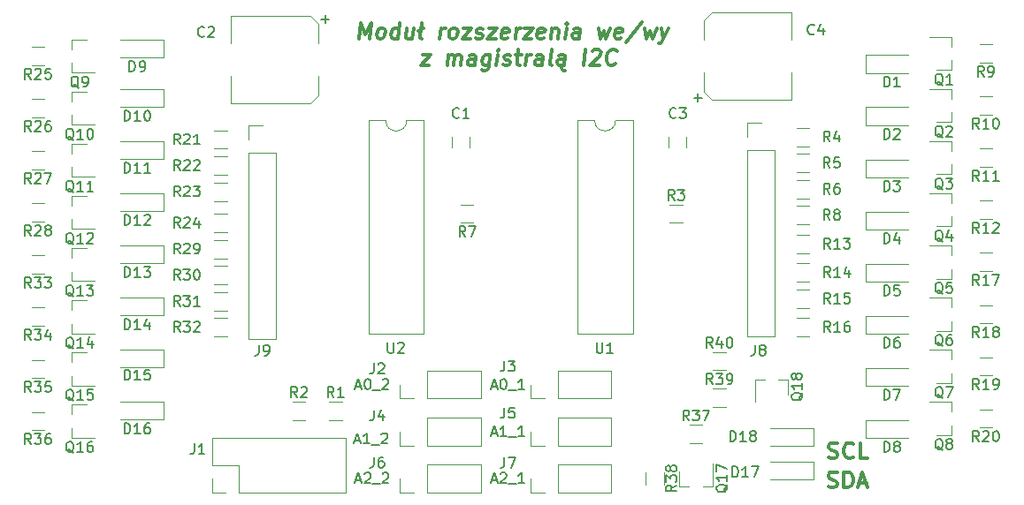
<source format=gto>
G04 #@! TF.FileFunction,Legend,Top*
%FSLAX46Y46*%
G04 Gerber Fmt 4.6, Leading zero omitted, Abs format (unit mm)*
G04 Created by KiCad (PCBNEW 4.0.7) date 10/28/18 02:33:58*
%MOMM*%
%LPD*%
G01*
G04 APERTURE LIST*
%ADD10C,0.100000*%
%ADD11C,0.300000*%
%ADD12C,0.120000*%
%ADD13C,0.200000*%
%ADD14C,0.150000*%
G04 APERTURE END LIST*
D10*
D11*
X148765179Y-89303571D02*
X148952679Y-87803571D01*
X149318750Y-88875000D01*
X149952679Y-87803571D01*
X149765179Y-89303571D01*
X150693751Y-89303571D02*
X150559821Y-89232143D01*
X150497322Y-89160714D01*
X150443750Y-89017857D01*
X150497321Y-88589286D01*
X150586607Y-88446429D01*
X150666964Y-88375000D01*
X150818751Y-88303571D01*
X151033036Y-88303571D01*
X151166964Y-88375000D01*
X151229464Y-88446429D01*
X151283036Y-88589286D01*
X151229465Y-89017857D01*
X151140179Y-89160714D01*
X151059821Y-89232143D01*
X150908036Y-89303571D01*
X150693751Y-89303571D01*
X152479465Y-89303571D02*
X152666965Y-87803571D01*
X152488393Y-89232143D02*
X152336608Y-89303571D01*
X152050894Y-89303571D01*
X151916964Y-89232143D01*
X151854465Y-89160714D01*
X151800893Y-89017857D01*
X151854464Y-88589286D01*
X151943750Y-88446429D01*
X152024107Y-88375000D01*
X152175894Y-88303571D01*
X152461608Y-88303571D01*
X152595536Y-88375000D01*
X153961608Y-88303571D02*
X153836608Y-89303571D01*
X153318751Y-88303571D02*
X153220536Y-89089286D01*
X153274107Y-89232143D01*
X153408037Y-89303571D01*
X153622322Y-89303571D01*
X153774107Y-89232143D01*
X153854465Y-89160714D01*
X154765180Y-89303571D02*
X154631250Y-89232143D01*
X154577679Y-89089286D01*
X154738394Y-87803571D01*
X154425893Y-88589286D02*
X154890180Y-88303571D01*
X156479465Y-89303571D02*
X156604465Y-88303571D01*
X156568750Y-88589286D02*
X156658035Y-88446429D01*
X156738393Y-88375000D01*
X156890179Y-88303571D01*
X157033036Y-88303571D01*
X157622322Y-89303571D02*
X157488392Y-89232143D01*
X157425893Y-89160714D01*
X157372321Y-89017857D01*
X157425892Y-88589286D01*
X157515178Y-88446429D01*
X157595535Y-88375000D01*
X157747322Y-88303571D01*
X157961607Y-88303571D01*
X158095535Y-88375000D01*
X158158035Y-88446429D01*
X158211607Y-88589286D01*
X158158036Y-89017857D01*
X158068750Y-89160714D01*
X157988392Y-89232143D01*
X157836607Y-89303571D01*
X157622322Y-89303571D01*
X158747322Y-88303571D02*
X159533036Y-88303571D01*
X158622322Y-89303571D01*
X159408036Y-89303571D01*
X159916964Y-89232143D02*
X160050893Y-89303571D01*
X160336608Y-89303571D01*
X160488393Y-89232143D01*
X160577678Y-89089286D01*
X160586607Y-89017857D01*
X160533036Y-88875000D01*
X160399108Y-88803571D01*
X160184822Y-88803571D01*
X160050893Y-88732143D01*
X159997321Y-88589286D01*
X160006250Y-88517857D01*
X160095536Y-88375000D01*
X160247322Y-88303571D01*
X160461608Y-88303571D01*
X160595536Y-88375000D01*
X161175894Y-88303571D02*
X161961608Y-88303571D01*
X161050894Y-89303571D01*
X161836608Y-89303571D01*
X162988393Y-89232143D02*
X162836608Y-89303571D01*
X162550894Y-89303571D01*
X162416965Y-89232143D01*
X162363393Y-89089286D01*
X162434822Y-88517857D01*
X162524108Y-88375000D01*
X162675894Y-88303571D01*
X162961608Y-88303571D01*
X163095536Y-88375000D01*
X163149108Y-88517857D01*
X163131251Y-88660714D01*
X162399108Y-88803571D01*
X163693751Y-89303571D02*
X163818751Y-88303571D01*
X163783036Y-88589286D02*
X163872321Y-88446429D01*
X163952679Y-88375000D01*
X164104465Y-88303571D01*
X164247322Y-88303571D01*
X164604465Y-88303571D02*
X165390179Y-88303571D01*
X164479465Y-89303571D01*
X165265179Y-89303571D01*
X166416964Y-89232143D02*
X166265179Y-89303571D01*
X165979465Y-89303571D01*
X165845536Y-89232143D01*
X165791964Y-89089286D01*
X165863393Y-88517857D01*
X165952679Y-88375000D01*
X166104465Y-88303571D01*
X166390179Y-88303571D01*
X166524107Y-88375000D01*
X166577679Y-88517857D01*
X166559822Y-88660714D01*
X165827679Y-88803571D01*
X167247322Y-88303571D02*
X167122322Y-89303571D01*
X167229464Y-88446429D02*
X167309821Y-88375000D01*
X167461608Y-88303571D01*
X167675893Y-88303571D01*
X167809821Y-88375000D01*
X167863393Y-88517857D01*
X167765179Y-89303571D01*
X168479465Y-89303571D02*
X168604465Y-88303571D01*
X168666965Y-87803571D02*
X168586607Y-87875000D01*
X168649107Y-87946429D01*
X168729464Y-87875000D01*
X168666965Y-87803571D01*
X168649107Y-87946429D01*
X169836608Y-89303571D02*
X169934822Y-88517857D01*
X169881250Y-88375000D01*
X169747322Y-88303571D01*
X169461608Y-88303571D01*
X169309822Y-88375000D01*
X169845536Y-89232143D02*
X169693751Y-89303571D01*
X169336608Y-89303571D01*
X169202679Y-89232143D01*
X169149107Y-89089286D01*
X169166964Y-88946429D01*
X169256251Y-88803571D01*
X169408036Y-88732143D01*
X169765179Y-88732143D01*
X169916965Y-88660714D01*
X171675894Y-88303571D02*
X171836608Y-89303571D01*
X172211607Y-88589286D01*
X172408037Y-89303571D01*
X172818751Y-88303571D01*
X173845536Y-89232143D02*
X173693751Y-89303571D01*
X173408037Y-89303571D01*
X173274108Y-89232143D01*
X173220536Y-89089286D01*
X173291965Y-88517857D01*
X173381251Y-88375000D01*
X173533037Y-88303571D01*
X173818751Y-88303571D01*
X173952679Y-88375000D01*
X174006251Y-88517857D01*
X173988394Y-88660714D01*
X173256251Y-88803571D01*
X175818750Y-87732143D02*
X174291965Y-89660714D01*
X176104466Y-88303571D02*
X176265180Y-89303571D01*
X176640179Y-88589286D01*
X176836609Y-89303571D01*
X177247323Y-88303571D01*
X177675895Y-88303571D02*
X177908038Y-89303571D01*
X178390180Y-88303571D02*
X177908038Y-89303571D01*
X177720537Y-89660714D01*
X177640180Y-89732143D01*
X177488395Y-89803571D01*
X154818751Y-90853571D02*
X155604465Y-90853571D01*
X154693751Y-91853571D01*
X155479465Y-91853571D01*
X157193751Y-91853571D02*
X157318751Y-90853571D01*
X157300893Y-90996429D02*
X157381250Y-90925000D01*
X157533037Y-90853571D01*
X157747322Y-90853571D01*
X157881250Y-90925000D01*
X157934822Y-91067857D01*
X157836608Y-91853571D01*
X157934822Y-91067857D02*
X158024108Y-90925000D01*
X158175894Y-90853571D01*
X158390179Y-90853571D01*
X158524108Y-90925000D01*
X158577679Y-91067857D01*
X158479465Y-91853571D01*
X159836608Y-91853571D02*
X159934822Y-91067857D01*
X159881250Y-90925000D01*
X159747322Y-90853571D01*
X159461608Y-90853571D01*
X159309822Y-90925000D01*
X159845536Y-91782143D02*
X159693751Y-91853571D01*
X159336608Y-91853571D01*
X159202679Y-91782143D01*
X159149107Y-91639286D01*
X159166964Y-91496429D01*
X159256251Y-91353571D01*
X159408036Y-91282143D01*
X159765179Y-91282143D01*
X159916965Y-91210714D01*
X161318751Y-90853571D02*
X161166965Y-92067857D01*
X161077679Y-92210714D01*
X160997322Y-92282143D01*
X160845537Y-92353571D01*
X160631251Y-92353571D01*
X160497322Y-92282143D01*
X161202679Y-91782143D02*
X161050894Y-91853571D01*
X160765180Y-91853571D01*
X160631250Y-91782143D01*
X160568751Y-91710714D01*
X160515179Y-91567857D01*
X160568750Y-91139286D01*
X160658036Y-90996429D01*
X160738393Y-90925000D01*
X160890180Y-90853571D01*
X161175894Y-90853571D01*
X161309822Y-90925000D01*
X161908037Y-91853571D02*
X162033037Y-90853571D01*
X162095537Y-90353571D02*
X162015179Y-90425000D01*
X162077679Y-90496429D01*
X162158036Y-90425000D01*
X162095537Y-90353571D01*
X162077679Y-90496429D01*
X162559822Y-91782143D02*
X162693751Y-91853571D01*
X162979466Y-91853571D01*
X163131251Y-91782143D01*
X163220536Y-91639286D01*
X163229465Y-91567857D01*
X163175894Y-91425000D01*
X163041966Y-91353571D01*
X162827680Y-91353571D01*
X162693751Y-91282143D01*
X162640179Y-91139286D01*
X162649108Y-91067857D01*
X162738394Y-90925000D01*
X162890180Y-90853571D01*
X163104466Y-90853571D01*
X163238394Y-90925000D01*
X163747323Y-90853571D02*
X164318752Y-90853571D01*
X164024109Y-90353571D02*
X163863394Y-91639286D01*
X163916965Y-91782143D01*
X164050895Y-91853571D01*
X164193752Y-91853571D01*
X164693752Y-91853571D02*
X164818752Y-90853571D01*
X164783037Y-91139286D02*
X164872322Y-90996429D01*
X164952680Y-90925000D01*
X165104466Y-90853571D01*
X165247323Y-90853571D01*
X166265180Y-91853571D02*
X166363394Y-91067857D01*
X166309822Y-90925000D01*
X166175894Y-90853571D01*
X165890180Y-90853571D01*
X165738394Y-90925000D01*
X166274108Y-91782143D02*
X166122323Y-91853571D01*
X165765180Y-91853571D01*
X165631251Y-91782143D01*
X165577679Y-91639286D01*
X165595536Y-91496429D01*
X165684823Y-91353571D01*
X165836608Y-91282143D01*
X166193751Y-91282143D01*
X166345537Y-91210714D01*
X167193752Y-91853571D02*
X167059822Y-91782143D01*
X167006251Y-91639286D01*
X167166966Y-90353571D01*
X168408037Y-91853571D02*
X168506251Y-91067857D01*
X168452679Y-90925000D01*
X168318751Y-90853571D01*
X168033037Y-90853571D01*
X167881251Y-90925000D01*
X168416965Y-91782143D02*
X168265180Y-91853571D01*
X167908037Y-91853571D01*
X167774108Y-91782143D01*
X167720536Y-91639286D01*
X167738393Y-91496429D01*
X167827680Y-91353571D01*
X167979465Y-91282143D01*
X168336608Y-91282143D01*
X168488394Y-91210714D01*
X168408037Y-91853571D02*
X168247322Y-91996429D01*
X168158036Y-92139286D01*
X168211608Y-92282143D01*
X168345537Y-92353571D01*
X168488394Y-92353571D01*
X170265180Y-91853571D02*
X170452680Y-90353571D01*
X171077679Y-90496429D02*
X171158037Y-90425000D01*
X171309823Y-90353571D01*
X171666966Y-90353571D01*
X171800894Y-90425000D01*
X171863394Y-90496429D01*
X171916965Y-90639286D01*
X171899108Y-90782143D01*
X171800894Y-90996429D01*
X170836609Y-91853571D01*
X171765180Y-91853571D01*
X173283037Y-91710714D02*
X173202679Y-91782143D01*
X172979465Y-91853571D01*
X172836608Y-91853571D01*
X172631251Y-91782143D01*
X172506250Y-91639286D01*
X172452679Y-91496429D01*
X172416965Y-91210714D01*
X172443750Y-90996429D01*
X172550894Y-90710714D01*
X172640179Y-90567857D01*
X172800894Y-90425000D01*
X173024108Y-90353571D01*
X173166965Y-90353571D01*
X173372322Y-90425000D01*
X173434822Y-90496429D01*
D12*
X153310000Y-97170000D02*
G75*
G02X151310000Y-97170000I-1000000J0D01*
G01*
X151310000Y-97170000D02*
X149660000Y-97170000D01*
X149660000Y-97170000D02*
X149660000Y-117610000D01*
X149660000Y-117610000D02*
X154960000Y-117610000D01*
X154960000Y-117610000D02*
X154960000Y-97170000D01*
X154960000Y-97170000D02*
X153310000Y-97170000D01*
X159350000Y-99750000D02*
X159350000Y-98750000D01*
X157650000Y-98750000D02*
X157650000Y-99750000D01*
X172910000Y-123830000D02*
X172910000Y-121170000D01*
X167770000Y-123830000D02*
X172910000Y-123830000D01*
X167770000Y-121170000D02*
X172910000Y-121170000D01*
X167770000Y-123830000D02*
X167770000Y-121170000D01*
X166500000Y-123830000D02*
X165170000Y-123830000D01*
X165170000Y-123830000D02*
X165170000Y-122500000D01*
X172910000Y-128330000D02*
X172910000Y-125670000D01*
X167770000Y-128330000D02*
X172910000Y-128330000D01*
X167770000Y-125670000D02*
X172910000Y-125670000D01*
X167770000Y-128330000D02*
X167770000Y-125670000D01*
X166500000Y-128330000D02*
X165170000Y-128330000D01*
X165170000Y-128330000D02*
X165170000Y-127000000D01*
X147100000Y-125880000D02*
X145900000Y-125880000D01*
X145900000Y-124120000D02*
X147100000Y-124120000D01*
X142400000Y-124120000D02*
X143600000Y-124120000D01*
X143600000Y-125880000D02*
X142400000Y-125880000D01*
X144890000Y-94730000D02*
X144890000Y-92860000D01*
X144890000Y-87870000D02*
X144890000Y-89740000D01*
X136510000Y-87110000D02*
X136510000Y-89740000D01*
X136510000Y-95490000D02*
X136510000Y-92860000D01*
X136510000Y-87110000D02*
X144130000Y-87110000D01*
X144130000Y-87110000D02*
X144890000Y-87870000D01*
X144890000Y-94730000D02*
X144130000Y-95490000D01*
X144130000Y-95490000D02*
X136510000Y-95490000D01*
X180100000Y-99750000D02*
X180100000Y-98750000D01*
X178400000Y-98750000D02*
X178400000Y-99750000D01*
X181810000Y-87570000D02*
X181810000Y-89440000D01*
X181810000Y-94430000D02*
X181810000Y-92560000D01*
X190190000Y-95190000D02*
X190190000Y-92560000D01*
X190190000Y-86810000D02*
X190190000Y-89440000D01*
X190190000Y-95190000D02*
X182570000Y-95190000D01*
X182570000Y-95190000D02*
X181810000Y-94430000D01*
X181810000Y-87570000D02*
X182570000Y-86810000D01*
X182570000Y-86810000D02*
X190190000Y-86810000D01*
X172910000Y-132830000D02*
X172910000Y-130170000D01*
X167770000Y-132830000D02*
X172910000Y-132830000D01*
X167770000Y-130170000D02*
X172910000Y-130170000D01*
X167770000Y-132830000D02*
X167770000Y-130170000D01*
X166500000Y-132830000D02*
X165170000Y-132830000D01*
X165170000Y-132830000D02*
X165170000Y-131500000D01*
X185920000Y-117860000D02*
X188580000Y-117860000D01*
X185920000Y-100020000D02*
X185920000Y-117860000D01*
X188580000Y-100020000D02*
X188580000Y-117860000D01*
X185920000Y-100020000D02*
X188580000Y-100020000D01*
X185920000Y-98750000D02*
X185920000Y-97420000D01*
X185920000Y-97420000D02*
X187250000Y-97420000D01*
X138170000Y-118110000D02*
X140830000Y-118110000D01*
X138170000Y-100270000D02*
X138170000Y-118110000D01*
X140830000Y-100270000D02*
X140830000Y-118110000D01*
X138170000Y-100270000D02*
X140830000Y-100270000D01*
X138170000Y-99000000D02*
X138170000Y-97670000D01*
X138170000Y-97670000D02*
X139500000Y-97670000D01*
X178500000Y-105220000D02*
X179700000Y-105220000D01*
X179700000Y-106980000D02*
X178500000Y-106980000D01*
X190650000Y-97870000D02*
X191850000Y-97870000D01*
X191850000Y-99630000D02*
X190650000Y-99630000D01*
X190650000Y-100370000D02*
X191850000Y-100370000D01*
X191850000Y-102130000D02*
X190650000Y-102130000D01*
X190650000Y-102870000D02*
X191850000Y-102870000D01*
X191850000Y-104630000D02*
X190650000Y-104630000D01*
X158500000Y-105220000D02*
X159700000Y-105220000D01*
X159700000Y-106980000D02*
X158500000Y-106980000D01*
X190650000Y-105370000D02*
X191850000Y-105370000D01*
X191850000Y-107130000D02*
X190650000Y-107130000D01*
X208150000Y-89870000D02*
X209350000Y-89870000D01*
X209350000Y-91630000D02*
X208150000Y-91630000D01*
X208150000Y-94870000D02*
X209350000Y-94870000D01*
X209350000Y-96630000D02*
X208150000Y-96630000D01*
X208150000Y-99870000D02*
X209350000Y-99870000D01*
X209350000Y-101630000D02*
X208150000Y-101630000D01*
X208150000Y-104870000D02*
X209350000Y-104870000D01*
X209350000Y-106630000D02*
X208150000Y-106630000D01*
X190650000Y-108120000D02*
X191850000Y-108120000D01*
X191850000Y-109880000D02*
X190650000Y-109880000D01*
X190650000Y-110870000D02*
X191850000Y-110870000D01*
X191850000Y-112630000D02*
X190650000Y-112630000D01*
X190650000Y-113370000D02*
X191850000Y-113370000D01*
X191850000Y-115130000D02*
X190650000Y-115130000D01*
X190650000Y-116120000D02*
X191850000Y-116120000D01*
X191850000Y-117880000D02*
X190650000Y-117880000D01*
X208150000Y-109870000D02*
X209350000Y-109870000D01*
X209350000Y-111630000D02*
X208150000Y-111630000D01*
X208150000Y-114870000D02*
X209350000Y-114870000D01*
X209350000Y-116630000D02*
X208150000Y-116630000D01*
X208150000Y-119870000D02*
X209350000Y-119870000D01*
X209350000Y-121630000D02*
X208150000Y-121630000D01*
X208150000Y-124870000D02*
X209350000Y-124870000D01*
X209350000Y-126630000D02*
X208150000Y-126630000D01*
X136100000Y-99880000D02*
X134900000Y-99880000D01*
X134900000Y-98120000D02*
X136100000Y-98120000D01*
X136100000Y-102380000D02*
X134900000Y-102380000D01*
X134900000Y-100620000D02*
X136100000Y-100620000D01*
X136100000Y-104880000D02*
X134900000Y-104880000D01*
X134900000Y-103120000D02*
X136100000Y-103120000D01*
X136100000Y-107880000D02*
X134900000Y-107880000D01*
X134900000Y-106120000D02*
X136100000Y-106120000D01*
X118600000Y-91880000D02*
X117400000Y-91880000D01*
X117400000Y-90120000D02*
X118600000Y-90120000D01*
X118600000Y-96880000D02*
X117400000Y-96880000D01*
X117400000Y-95120000D02*
X118600000Y-95120000D01*
X118600000Y-101880000D02*
X117400000Y-101880000D01*
X117400000Y-100120000D02*
X118600000Y-100120000D01*
X118600000Y-106880000D02*
X117400000Y-106880000D01*
X117400000Y-105120000D02*
X118600000Y-105120000D01*
X136100000Y-110380000D02*
X134900000Y-110380000D01*
X134900000Y-108620000D02*
X136100000Y-108620000D01*
X136100000Y-112880000D02*
X134900000Y-112880000D01*
X134900000Y-111120000D02*
X136100000Y-111120000D01*
X136100000Y-115380000D02*
X134900000Y-115380000D01*
X134900000Y-113620000D02*
X136100000Y-113620000D01*
X136100000Y-117880000D02*
X134900000Y-117880000D01*
X134900000Y-116120000D02*
X136100000Y-116120000D01*
X118600000Y-111880000D02*
X117400000Y-111880000D01*
X117400000Y-110120000D02*
X118600000Y-110120000D01*
X118600000Y-116880000D02*
X117400000Y-116880000D01*
X117400000Y-115120000D02*
X118600000Y-115120000D01*
X118600000Y-121880000D02*
X117400000Y-121880000D01*
X117400000Y-120120000D02*
X118600000Y-120120000D01*
X118600000Y-126880000D02*
X117400000Y-126880000D01*
X117400000Y-125120000D02*
X118600000Y-125120000D01*
X173310000Y-97170000D02*
G75*
G02X171310000Y-97170000I-1000000J0D01*
G01*
X171310000Y-97170000D02*
X169660000Y-97170000D01*
X169660000Y-97170000D02*
X169660000Y-117610000D01*
X169660000Y-117610000D02*
X174960000Y-117610000D01*
X174960000Y-117610000D02*
X174960000Y-97170000D01*
X174960000Y-97170000D02*
X173310000Y-97170000D01*
X197250000Y-90900000D02*
X197250000Y-92600000D01*
X197300000Y-92600000D02*
X201350000Y-92600000D01*
X197300000Y-90900000D02*
X201350000Y-90900000D01*
X197250000Y-95900000D02*
X197250000Y-97600000D01*
X197300000Y-97600000D02*
X201350000Y-97600000D01*
X197300000Y-95900000D02*
X201350000Y-95900000D01*
X197250000Y-100900000D02*
X197250000Y-102600000D01*
X197300000Y-102600000D02*
X201350000Y-102600000D01*
X197300000Y-100900000D02*
X201350000Y-100900000D01*
X197250000Y-105900000D02*
X197250000Y-107600000D01*
X197300000Y-107600000D02*
X201350000Y-107600000D01*
X197300000Y-105900000D02*
X201350000Y-105900000D01*
X197250000Y-110900000D02*
X197250000Y-112600000D01*
X197300000Y-112600000D02*
X201350000Y-112600000D01*
X197300000Y-110900000D02*
X201350000Y-110900000D01*
X197250000Y-115900000D02*
X197250000Y-117600000D01*
X197300000Y-117600000D02*
X201350000Y-117600000D01*
X197300000Y-115900000D02*
X201350000Y-115900000D01*
X197250000Y-120900000D02*
X197250000Y-122600000D01*
X197300000Y-122600000D02*
X201350000Y-122600000D01*
X197300000Y-120900000D02*
X201350000Y-120900000D01*
X197250000Y-125900000D02*
X197250000Y-127600000D01*
X197300000Y-127600000D02*
X201350000Y-127600000D01*
X197300000Y-125900000D02*
X201350000Y-125900000D01*
X130000000Y-91100000D02*
X130000000Y-89400000D01*
X129950000Y-89400000D02*
X125900000Y-89400000D01*
X129950000Y-91100000D02*
X125900000Y-91100000D01*
X130000000Y-95850000D02*
X130000000Y-94150000D01*
X129950000Y-94150000D02*
X125900000Y-94150000D01*
X129950000Y-95850000D02*
X125900000Y-95850000D01*
X130000000Y-100850000D02*
X130000000Y-99150000D01*
X129950000Y-99150000D02*
X125900000Y-99150000D01*
X129950000Y-100850000D02*
X125900000Y-100850000D01*
X130000000Y-105850000D02*
X130000000Y-104150000D01*
X129950000Y-104150000D02*
X125900000Y-104150000D01*
X129950000Y-105850000D02*
X125900000Y-105850000D01*
X130000000Y-110850000D02*
X130000000Y-109150000D01*
X129950000Y-109150000D02*
X125900000Y-109150000D01*
X129950000Y-110850000D02*
X125900000Y-110850000D01*
X130000000Y-115850000D02*
X130000000Y-114150000D01*
X129950000Y-114150000D02*
X125900000Y-114150000D01*
X129950000Y-115850000D02*
X125900000Y-115850000D01*
X130000000Y-120850000D02*
X130000000Y-119150000D01*
X129950000Y-119150000D02*
X125900000Y-119150000D01*
X129950000Y-120850000D02*
X125900000Y-120850000D01*
X130000000Y-125850000D02*
X130000000Y-124150000D01*
X129950000Y-124150000D02*
X125900000Y-124150000D01*
X129950000Y-125850000D02*
X125900000Y-125850000D01*
X205510000Y-92330000D02*
X205510000Y-91400000D01*
X205510000Y-89170000D02*
X205510000Y-90100000D01*
X205510000Y-89170000D02*
X203350000Y-89170000D01*
X205510000Y-92330000D02*
X204050000Y-92330000D01*
X205510000Y-97330000D02*
X205510000Y-96400000D01*
X205510000Y-94170000D02*
X205510000Y-95100000D01*
X205510000Y-94170000D02*
X203350000Y-94170000D01*
X205510000Y-97330000D02*
X204050000Y-97330000D01*
X205510000Y-102330000D02*
X205510000Y-101400000D01*
X205510000Y-99170000D02*
X205510000Y-100100000D01*
X205510000Y-99170000D02*
X203350000Y-99170000D01*
X205510000Y-102330000D02*
X204050000Y-102330000D01*
X205510000Y-107330000D02*
X205510000Y-106400000D01*
X205510000Y-104170000D02*
X205510000Y-105100000D01*
X205510000Y-104170000D02*
X203350000Y-104170000D01*
X205510000Y-107330000D02*
X204050000Y-107330000D01*
X205510000Y-112330000D02*
X205510000Y-111400000D01*
X205510000Y-109170000D02*
X205510000Y-110100000D01*
X205510000Y-109170000D02*
X203350000Y-109170000D01*
X205510000Y-112330000D02*
X204050000Y-112330000D01*
X205510000Y-117330000D02*
X205510000Y-116400000D01*
X205510000Y-114170000D02*
X205510000Y-115100000D01*
X205510000Y-114170000D02*
X203350000Y-114170000D01*
X205510000Y-117330000D02*
X204050000Y-117330000D01*
X205510000Y-122330000D02*
X205510000Y-121400000D01*
X205510000Y-119170000D02*
X205510000Y-120100000D01*
X205510000Y-119170000D02*
X203350000Y-119170000D01*
X205510000Y-122330000D02*
X204050000Y-122330000D01*
X205510000Y-127330000D02*
X205510000Y-126400000D01*
X205510000Y-124170000D02*
X205510000Y-125100000D01*
X205510000Y-124170000D02*
X203350000Y-124170000D01*
X205510000Y-127330000D02*
X204050000Y-127330000D01*
X121240000Y-89420000D02*
X121240000Y-90350000D01*
X121240000Y-92580000D02*
X121240000Y-91650000D01*
X121240000Y-92580000D02*
X123400000Y-92580000D01*
X121240000Y-89420000D02*
X122700000Y-89420000D01*
X121240000Y-104420000D02*
X121240000Y-105350000D01*
X121240000Y-107580000D02*
X121240000Y-106650000D01*
X121240000Y-107580000D02*
X123400000Y-107580000D01*
X121240000Y-104420000D02*
X122700000Y-104420000D01*
X121240000Y-109420000D02*
X121240000Y-110350000D01*
X121240000Y-112580000D02*
X121240000Y-111650000D01*
X121240000Y-112580000D02*
X123400000Y-112580000D01*
X121240000Y-109420000D02*
X122700000Y-109420000D01*
X121240000Y-114420000D02*
X121240000Y-115350000D01*
X121240000Y-117580000D02*
X121240000Y-116650000D01*
X121240000Y-117580000D02*
X123400000Y-117580000D01*
X121240000Y-114420000D02*
X122700000Y-114420000D01*
X121240000Y-119420000D02*
X121240000Y-120350000D01*
X121240000Y-122580000D02*
X121240000Y-121650000D01*
X121240000Y-122580000D02*
X123400000Y-122580000D01*
X121240000Y-119420000D02*
X122700000Y-119420000D01*
X121240000Y-124420000D02*
X121240000Y-125350000D01*
X121240000Y-127580000D02*
X121240000Y-126650000D01*
X121240000Y-127580000D02*
X123400000Y-127580000D01*
X121240000Y-124420000D02*
X122700000Y-124420000D01*
X121240000Y-94420000D02*
X121240000Y-95350000D01*
X121240000Y-97580000D02*
X121240000Y-96650000D01*
X121240000Y-97580000D02*
X123400000Y-97580000D01*
X121240000Y-94420000D02*
X122700000Y-94420000D01*
X121240000Y-99420000D02*
X121240000Y-100350000D01*
X121240000Y-102580000D02*
X121240000Y-101650000D01*
X121240000Y-102580000D02*
X123400000Y-102580000D01*
X121240000Y-99420000D02*
X122700000Y-99420000D01*
X192250000Y-131600000D02*
X192250000Y-129900000D01*
X192200000Y-129900000D02*
X188150000Y-129900000D01*
X192200000Y-131600000D02*
X188150000Y-131600000D01*
X192250000Y-128350000D02*
X192250000Y-126650000D01*
X192200000Y-126650000D02*
X188150000Y-126650000D01*
X192200000Y-128350000D02*
X188150000Y-128350000D01*
X179420000Y-132260000D02*
X180350000Y-132260000D01*
X182580000Y-132260000D02*
X181650000Y-132260000D01*
X182580000Y-132260000D02*
X182580000Y-130100000D01*
X179420000Y-132260000D02*
X179420000Y-130800000D01*
X189830000Y-121990000D02*
X188900000Y-121990000D01*
X186670000Y-121990000D02*
X187600000Y-121990000D01*
X186670000Y-121990000D02*
X186670000Y-124150000D01*
X189830000Y-121990000D02*
X189830000Y-123450000D01*
X180400000Y-126370000D02*
X181600000Y-126370000D01*
X181600000Y-128130000D02*
X180400000Y-128130000D01*
X176220000Y-132100000D02*
X176220000Y-130900000D01*
X177980000Y-130900000D02*
X177980000Y-132100000D01*
X182650000Y-122870000D02*
X183850000Y-122870000D01*
X183850000Y-124630000D02*
X182650000Y-124630000D01*
X183850000Y-121130000D02*
X182650000Y-121130000D01*
X182650000Y-119370000D02*
X183850000Y-119370000D01*
X147490000Y-132830000D02*
X147490000Y-127630000D01*
X137270000Y-132830000D02*
X147490000Y-132830000D01*
X134670000Y-127630000D02*
X147490000Y-127630000D01*
X137270000Y-132830000D02*
X137270000Y-130230000D01*
X137270000Y-130230000D02*
X134670000Y-130230000D01*
X134670000Y-130230000D02*
X134670000Y-127630000D01*
X136000000Y-132830000D02*
X134670000Y-132830000D01*
X134670000Y-132830000D02*
X134670000Y-131500000D01*
X160410000Y-123830000D02*
X160410000Y-121170000D01*
X155270000Y-123830000D02*
X160410000Y-123830000D01*
X155270000Y-121170000D02*
X160410000Y-121170000D01*
X155270000Y-123830000D02*
X155270000Y-121170000D01*
X154000000Y-123830000D02*
X152670000Y-123830000D01*
X152670000Y-123830000D02*
X152670000Y-122500000D01*
X160410000Y-128330000D02*
X160410000Y-125670000D01*
X155270000Y-128330000D02*
X160410000Y-128330000D01*
X155270000Y-125670000D02*
X160410000Y-125670000D01*
X155270000Y-128330000D02*
X155270000Y-125670000D01*
X154000000Y-128330000D02*
X152670000Y-128330000D01*
X152670000Y-128330000D02*
X152670000Y-127000000D01*
X160410000Y-132830000D02*
X160410000Y-130170000D01*
X155270000Y-132830000D02*
X160410000Y-132830000D01*
X155270000Y-130170000D02*
X160410000Y-130170000D01*
X155270000Y-132830000D02*
X155270000Y-130170000D01*
X154000000Y-132830000D02*
X152670000Y-132830000D01*
X152670000Y-132830000D02*
X152670000Y-131500000D01*
D13*
X151488095Y-118452381D02*
X151488095Y-119261905D01*
X151535714Y-119357143D01*
X151583333Y-119404762D01*
X151678571Y-119452381D01*
X151869048Y-119452381D01*
X151964286Y-119404762D01*
X152011905Y-119357143D01*
X152059524Y-119261905D01*
X152059524Y-118452381D01*
X152488095Y-118547619D02*
X152535714Y-118500000D01*
X152630952Y-118452381D01*
X152869048Y-118452381D01*
X152964286Y-118500000D01*
X153011905Y-118547619D01*
X153059524Y-118642857D01*
X153059524Y-118738095D01*
X153011905Y-118880952D01*
X152440476Y-119452381D01*
X153059524Y-119452381D01*
D14*
X158333334Y-96857143D02*
X158285715Y-96904762D01*
X158142858Y-96952381D01*
X158047620Y-96952381D01*
X157904762Y-96904762D01*
X157809524Y-96809524D01*
X157761905Y-96714286D01*
X157714286Y-96523810D01*
X157714286Y-96380952D01*
X157761905Y-96190476D01*
X157809524Y-96095238D01*
X157904762Y-96000000D01*
X158047620Y-95952381D01*
X158142858Y-95952381D01*
X158285715Y-96000000D01*
X158333334Y-96047619D01*
X159285715Y-96952381D02*
X158714286Y-96952381D01*
X159000000Y-96952381D02*
X159000000Y-95952381D01*
X158904762Y-96095238D01*
X158809524Y-96190476D01*
X158714286Y-96238095D01*
X162666667Y-120202381D02*
X162666667Y-120916667D01*
X162619047Y-121059524D01*
X162523809Y-121154762D01*
X162380952Y-121202381D01*
X162285714Y-121202381D01*
X163047619Y-120202381D02*
X163666667Y-120202381D01*
X163333333Y-120583333D01*
X163476191Y-120583333D01*
X163571429Y-120630952D01*
X163619048Y-120678571D01*
X163666667Y-120773810D01*
X163666667Y-121011905D01*
X163619048Y-121107143D01*
X163571429Y-121154762D01*
X163476191Y-121202381D01*
X163190476Y-121202381D01*
X163095238Y-121154762D01*
X163047619Y-121107143D01*
D13*
X161428571Y-122666667D02*
X161904762Y-122666667D01*
X161333333Y-122952381D02*
X161666666Y-121952381D01*
X162000000Y-122952381D01*
X162523809Y-121952381D02*
X162619048Y-121952381D01*
X162714286Y-122000000D01*
X162761905Y-122047619D01*
X162809524Y-122142857D01*
X162857143Y-122333333D01*
X162857143Y-122571429D01*
X162809524Y-122761905D01*
X162761905Y-122857143D01*
X162714286Y-122904762D01*
X162619048Y-122952381D01*
X162523809Y-122952381D01*
X162428571Y-122904762D01*
X162380952Y-122857143D01*
X162333333Y-122761905D01*
X162285714Y-122571429D01*
X162285714Y-122333333D01*
X162333333Y-122142857D01*
X162380952Y-122047619D01*
X162428571Y-122000000D01*
X162523809Y-121952381D01*
X163047619Y-123047619D02*
X163809524Y-123047619D01*
X164571429Y-122952381D02*
X164000000Y-122952381D01*
X164285714Y-122952381D02*
X164285714Y-121952381D01*
X164190476Y-122095238D01*
X164095238Y-122190476D01*
X164000000Y-122238095D01*
D14*
X162666667Y-124702381D02*
X162666667Y-125416667D01*
X162619047Y-125559524D01*
X162523809Y-125654762D01*
X162380952Y-125702381D01*
X162285714Y-125702381D01*
X163619048Y-124702381D02*
X163142857Y-124702381D01*
X163095238Y-125178571D01*
X163142857Y-125130952D01*
X163238095Y-125083333D01*
X163476191Y-125083333D01*
X163571429Y-125130952D01*
X163619048Y-125178571D01*
X163666667Y-125273810D01*
X163666667Y-125511905D01*
X163619048Y-125607143D01*
X163571429Y-125654762D01*
X163476191Y-125702381D01*
X163238095Y-125702381D01*
X163142857Y-125654762D01*
X163095238Y-125607143D01*
D13*
X161428571Y-127166667D02*
X161904762Y-127166667D01*
X161333333Y-127452381D02*
X161666666Y-126452381D01*
X162000000Y-127452381D01*
X162857143Y-127452381D02*
X162285714Y-127452381D01*
X162571428Y-127452381D02*
X162571428Y-126452381D01*
X162476190Y-126595238D01*
X162380952Y-126690476D01*
X162285714Y-126738095D01*
X163047619Y-127547619D02*
X163809524Y-127547619D01*
X164571429Y-127452381D02*
X164000000Y-127452381D01*
X164285714Y-127452381D02*
X164285714Y-126452381D01*
X164190476Y-126595238D01*
X164095238Y-126690476D01*
X164000000Y-126738095D01*
D14*
X146333334Y-123702381D02*
X146000000Y-123226190D01*
X145761905Y-123702381D02*
X145761905Y-122702381D01*
X146142858Y-122702381D01*
X146238096Y-122750000D01*
X146285715Y-122797619D01*
X146333334Y-122892857D01*
X146333334Y-123035714D01*
X146285715Y-123130952D01*
X146238096Y-123178571D01*
X146142858Y-123226190D01*
X145761905Y-123226190D01*
X147285715Y-123702381D02*
X146714286Y-123702381D01*
X147000000Y-123702381D02*
X147000000Y-122702381D01*
X146904762Y-122845238D01*
X146809524Y-122940476D01*
X146714286Y-122988095D01*
X142833334Y-123702381D02*
X142500000Y-123226190D01*
X142261905Y-123702381D02*
X142261905Y-122702381D01*
X142642858Y-122702381D01*
X142738096Y-122750000D01*
X142785715Y-122797619D01*
X142833334Y-122892857D01*
X142833334Y-123035714D01*
X142785715Y-123130952D01*
X142738096Y-123178571D01*
X142642858Y-123226190D01*
X142261905Y-123226190D01*
X143214286Y-122797619D02*
X143261905Y-122750000D01*
X143357143Y-122702381D01*
X143595239Y-122702381D01*
X143690477Y-122750000D01*
X143738096Y-122797619D01*
X143785715Y-122892857D01*
X143785715Y-122988095D01*
X143738096Y-123130952D01*
X143166667Y-123702381D01*
X143785715Y-123702381D01*
X133933334Y-89057143D02*
X133885715Y-89104762D01*
X133742858Y-89152381D01*
X133647620Y-89152381D01*
X133504762Y-89104762D01*
X133409524Y-89009524D01*
X133361905Y-88914286D01*
X133314286Y-88723810D01*
X133314286Y-88580952D01*
X133361905Y-88390476D01*
X133409524Y-88295238D01*
X133504762Y-88200000D01*
X133647620Y-88152381D01*
X133742858Y-88152381D01*
X133885715Y-88200000D01*
X133933334Y-88247619D01*
X134314286Y-88247619D02*
X134361905Y-88200000D01*
X134457143Y-88152381D01*
X134695239Y-88152381D01*
X134790477Y-88200000D01*
X134838096Y-88247619D01*
X134885715Y-88342857D01*
X134885715Y-88438095D01*
X134838096Y-88580952D01*
X134266667Y-89152381D01*
X134885715Y-89152381D01*
X145109048Y-87461429D02*
X145870953Y-87461429D01*
X145490001Y-87842381D02*
X145490001Y-87080476D01*
X179083334Y-96857143D02*
X179035715Y-96904762D01*
X178892858Y-96952381D01*
X178797620Y-96952381D01*
X178654762Y-96904762D01*
X178559524Y-96809524D01*
X178511905Y-96714286D01*
X178464286Y-96523810D01*
X178464286Y-96380952D01*
X178511905Y-96190476D01*
X178559524Y-96095238D01*
X178654762Y-96000000D01*
X178797620Y-95952381D01*
X178892858Y-95952381D01*
X179035715Y-96000000D01*
X179083334Y-96047619D01*
X179416667Y-95952381D02*
X180035715Y-95952381D01*
X179702381Y-96333333D01*
X179845239Y-96333333D01*
X179940477Y-96380952D01*
X179988096Y-96428571D01*
X180035715Y-96523810D01*
X180035715Y-96761905D01*
X179988096Y-96857143D01*
X179940477Y-96904762D01*
X179845239Y-96952381D01*
X179559524Y-96952381D01*
X179464286Y-96904762D01*
X179416667Y-96857143D01*
X192333334Y-88857143D02*
X192285715Y-88904762D01*
X192142858Y-88952381D01*
X192047620Y-88952381D01*
X191904762Y-88904762D01*
X191809524Y-88809524D01*
X191761905Y-88714286D01*
X191714286Y-88523810D01*
X191714286Y-88380952D01*
X191761905Y-88190476D01*
X191809524Y-88095238D01*
X191904762Y-88000000D01*
X192047620Y-87952381D01*
X192142858Y-87952381D01*
X192285715Y-88000000D01*
X192333334Y-88047619D01*
X193190477Y-88285714D02*
X193190477Y-88952381D01*
X192952381Y-87904762D02*
X192714286Y-88619048D01*
X193333334Y-88619048D01*
X180829048Y-94981429D02*
X181590953Y-94981429D01*
X181210001Y-95362381D02*
X181210001Y-94600476D01*
X162666667Y-129452381D02*
X162666667Y-130166667D01*
X162619047Y-130309524D01*
X162523809Y-130404762D01*
X162380952Y-130452381D01*
X162285714Y-130452381D01*
X163047619Y-129452381D02*
X163714286Y-129452381D01*
X163285714Y-130452381D01*
D13*
X161428571Y-131666667D02*
X161904762Y-131666667D01*
X161333333Y-131952381D02*
X161666666Y-130952381D01*
X162000000Y-131952381D01*
X162285714Y-131047619D02*
X162333333Y-131000000D01*
X162428571Y-130952381D01*
X162666667Y-130952381D01*
X162761905Y-131000000D01*
X162809524Y-131047619D01*
X162857143Y-131142857D01*
X162857143Y-131238095D01*
X162809524Y-131380952D01*
X162238095Y-131952381D01*
X162857143Y-131952381D01*
X163047619Y-132047619D02*
X163809524Y-132047619D01*
X164571429Y-131952381D02*
X164000000Y-131952381D01*
X164285714Y-131952381D02*
X164285714Y-130952381D01*
X164190476Y-131095238D01*
X164095238Y-131190476D01*
X164000000Y-131238095D01*
D14*
X186666667Y-118702381D02*
X186666667Y-119416667D01*
X186619047Y-119559524D01*
X186523809Y-119654762D01*
X186380952Y-119702381D01*
X186285714Y-119702381D01*
X187285714Y-119130952D02*
X187190476Y-119083333D01*
X187142857Y-119035714D01*
X187095238Y-118940476D01*
X187095238Y-118892857D01*
X187142857Y-118797619D01*
X187190476Y-118750000D01*
X187285714Y-118702381D01*
X187476191Y-118702381D01*
X187571429Y-118750000D01*
X187619048Y-118797619D01*
X187666667Y-118892857D01*
X187666667Y-118940476D01*
X187619048Y-119035714D01*
X187571429Y-119083333D01*
X187476191Y-119130952D01*
X187285714Y-119130952D01*
X187190476Y-119178571D01*
X187142857Y-119226190D01*
X187095238Y-119321429D01*
X187095238Y-119511905D01*
X187142857Y-119607143D01*
X187190476Y-119654762D01*
X187285714Y-119702381D01*
X187476191Y-119702381D01*
X187571429Y-119654762D01*
X187619048Y-119607143D01*
X187666667Y-119511905D01*
X187666667Y-119321429D01*
X187619048Y-119226190D01*
X187571429Y-119178571D01*
X187476191Y-119130952D01*
X139166667Y-118702381D02*
X139166667Y-119416667D01*
X139119047Y-119559524D01*
X139023809Y-119654762D01*
X138880952Y-119702381D01*
X138785714Y-119702381D01*
X139690476Y-119702381D02*
X139880952Y-119702381D01*
X139976191Y-119654762D01*
X140023810Y-119607143D01*
X140119048Y-119464286D01*
X140166667Y-119273810D01*
X140166667Y-118892857D01*
X140119048Y-118797619D01*
X140071429Y-118750000D01*
X139976191Y-118702381D01*
X139785714Y-118702381D01*
X139690476Y-118750000D01*
X139642857Y-118797619D01*
X139595238Y-118892857D01*
X139595238Y-119130952D01*
X139642857Y-119226190D01*
X139690476Y-119273810D01*
X139785714Y-119321429D01*
X139976191Y-119321429D01*
X140071429Y-119273810D01*
X140119048Y-119226190D01*
X140166667Y-119130952D01*
X178933334Y-104802381D02*
X178600000Y-104326190D01*
X178361905Y-104802381D02*
X178361905Y-103802381D01*
X178742858Y-103802381D01*
X178838096Y-103850000D01*
X178885715Y-103897619D01*
X178933334Y-103992857D01*
X178933334Y-104135714D01*
X178885715Y-104230952D01*
X178838096Y-104278571D01*
X178742858Y-104326190D01*
X178361905Y-104326190D01*
X179266667Y-103802381D02*
X179885715Y-103802381D01*
X179552381Y-104183333D01*
X179695239Y-104183333D01*
X179790477Y-104230952D01*
X179838096Y-104278571D01*
X179885715Y-104373810D01*
X179885715Y-104611905D01*
X179838096Y-104707143D01*
X179790477Y-104754762D01*
X179695239Y-104802381D01*
X179409524Y-104802381D01*
X179314286Y-104754762D01*
X179266667Y-104707143D01*
X193833334Y-99202381D02*
X193500000Y-98726190D01*
X193261905Y-99202381D02*
X193261905Y-98202381D01*
X193642858Y-98202381D01*
X193738096Y-98250000D01*
X193785715Y-98297619D01*
X193833334Y-98392857D01*
X193833334Y-98535714D01*
X193785715Y-98630952D01*
X193738096Y-98678571D01*
X193642858Y-98726190D01*
X193261905Y-98726190D01*
X194690477Y-98535714D02*
X194690477Y-99202381D01*
X194452381Y-98154762D02*
X194214286Y-98869048D01*
X194833334Y-98869048D01*
X193833334Y-101702381D02*
X193500000Y-101226190D01*
X193261905Y-101702381D02*
X193261905Y-100702381D01*
X193642858Y-100702381D01*
X193738096Y-100750000D01*
X193785715Y-100797619D01*
X193833334Y-100892857D01*
X193833334Y-101035714D01*
X193785715Y-101130952D01*
X193738096Y-101178571D01*
X193642858Y-101226190D01*
X193261905Y-101226190D01*
X194738096Y-100702381D02*
X194261905Y-100702381D01*
X194214286Y-101178571D01*
X194261905Y-101130952D01*
X194357143Y-101083333D01*
X194595239Y-101083333D01*
X194690477Y-101130952D01*
X194738096Y-101178571D01*
X194785715Y-101273810D01*
X194785715Y-101511905D01*
X194738096Y-101607143D01*
X194690477Y-101654762D01*
X194595239Y-101702381D01*
X194357143Y-101702381D01*
X194261905Y-101654762D01*
X194214286Y-101607143D01*
X193833334Y-104202381D02*
X193500000Y-103726190D01*
X193261905Y-104202381D02*
X193261905Y-103202381D01*
X193642858Y-103202381D01*
X193738096Y-103250000D01*
X193785715Y-103297619D01*
X193833334Y-103392857D01*
X193833334Y-103535714D01*
X193785715Y-103630952D01*
X193738096Y-103678571D01*
X193642858Y-103726190D01*
X193261905Y-103726190D01*
X194690477Y-103202381D02*
X194500000Y-103202381D01*
X194404762Y-103250000D01*
X194357143Y-103297619D01*
X194261905Y-103440476D01*
X194214286Y-103630952D01*
X194214286Y-104011905D01*
X194261905Y-104107143D01*
X194309524Y-104154762D01*
X194404762Y-104202381D01*
X194595239Y-104202381D01*
X194690477Y-104154762D01*
X194738096Y-104107143D01*
X194785715Y-104011905D01*
X194785715Y-103773810D01*
X194738096Y-103678571D01*
X194690477Y-103630952D01*
X194595239Y-103583333D01*
X194404762Y-103583333D01*
X194309524Y-103630952D01*
X194261905Y-103678571D01*
X194214286Y-103773810D01*
X158933334Y-108302381D02*
X158600000Y-107826190D01*
X158361905Y-108302381D02*
X158361905Y-107302381D01*
X158742858Y-107302381D01*
X158838096Y-107350000D01*
X158885715Y-107397619D01*
X158933334Y-107492857D01*
X158933334Y-107635714D01*
X158885715Y-107730952D01*
X158838096Y-107778571D01*
X158742858Y-107826190D01*
X158361905Y-107826190D01*
X159266667Y-107302381D02*
X159933334Y-107302381D01*
X159504762Y-108302381D01*
X193833334Y-106702381D02*
X193500000Y-106226190D01*
X193261905Y-106702381D02*
X193261905Y-105702381D01*
X193642858Y-105702381D01*
X193738096Y-105750000D01*
X193785715Y-105797619D01*
X193833334Y-105892857D01*
X193833334Y-106035714D01*
X193785715Y-106130952D01*
X193738096Y-106178571D01*
X193642858Y-106226190D01*
X193261905Y-106226190D01*
X194404762Y-106130952D02*
X194309524Y-106083333D01*
X194261905Y-106035714D01*
X194214286Y-105940476D01*
X194214286Y-105892857D01*
X194261905Y-105797619D01*
X194309524Y-105750000D01*
X194404762Y-105702381D01*
X194595239Y-105702381D01*
X194690477Y-105750000D01*
X194738096Y-105797619D01*
X194785715Y-105892857D01*
X194785715Y-105940476D01*
X194738096Y-106035714D01*
X194690477Y-106083333D01*
X194595239Y-106130952D01*
X194404762Y-106130952D01*
X194309524Y-106178571D01*
X194261905Y-106226190D01*
X194214286Y-106321429D01*
X194214286Y-106511905D01*
X194261905Y-106607143D01*
X194309524Y-106654762D01*
X194404762Y-106702381D01*
X194595239Y-106702381D01*
X194690477Y-106654762D01*
X194738096Y-106607143D01*
X194785715Y-106511905D01*
X194785715Y-106321429D01*
X194738096Y-106226190D01*
X194690477Y-106178571D01*
X194595239Y-106130952D01*
X208583334Y-92952381D02*
X208250000Y-92476190D01*
X208011905Y-92952381D02*
X208011905Y-91952381D01*
X208392858Y-91952381D01*
X208488096Y-92000000D01*
X208535715Y-92047619D01*
X208583334Y-92142857D01*
X208583334Y-92285714D01*
X208535715Y-92380952D01*
X208488096Y-92428571D01*
X208392858Y-92476190D01*
X208011905Y-92476190D01*
X209059524Y-92952381D02*
X209250000Y-92952381D01*
X209345239Y-92904762D01*
X209392858Y-92857143D01*
X209488096Y-92714286D01*
X209535715Y-92523810D01*
X209535715Y-92142857D01*
X209488096Y-92047619D01*
X209440477Y-92000000D01*
X209345239Y-91952381D01*
X209154762Y-91952381D01*
X209059524Y-92000000D01*
X209011905Y-92047619D01*
X208964286Y-92142857D01*
X208964286Y-92380952D01*
X209011905Y-92476190D01*
X209059524Y-92523810D01*
X209154762Y-92571429D01*
X209345239Y-92571429D01*
X209440477Y-92523810D01*
X209488096Y-92476190D01*
X209535715Y-92380952D01*
X208107143Y-97952381D02*
X207773809Y-97476190D01*
X207535714Y-97952381D02*
X207535714Y-96952381D01*
X207916667Y-96952381D01*
X208011905Y-97000000D01*
X208059524Y-97047619D01*
X208107143Y-97142857D01*
X208107143Y-97285714D01*
X208059524Y-97380952D01*
X208011905Y-97428571D01*
X207916667Y-97476190D01*
X207535714Y-97476190D01*
X209059524Y-97952381D02*
X208488095Y-97952381D01*
X208773809Y-97952381D02*
X208773809Y-96952381D01*
X208678571Y-97095238D01*
X208583333Y-97190476D01*
X208488095Y-97238095D01*
X209678571Y-96952381D02*
X209773810Y-96952381D01*
X209869048Y-97000000D01*
X209916667Y-97047619D01*
X209964286Y-97142857D01*
X210011905Y-97333333D01*
X210011905Y-97571429D01*
X209964286Y-97761905D01*
X209916667Y-97857143D01*
X209869048Y-97904762D01*
X209773810Y-97952381D01*
X209678571Y-97952381D01*
X209583333Y-97904762D01*
X209535714Y-97857143D01*
X209488095Y-97761905D01*
X209440476Y-97571429D01*
X209440476Y-97333333D01*
X209488095Y-97142857D01*
X209535714Y-97047619D01*
X209583333Y-97000000D01*
X209678571Y-96952381D01*
X208107143Y-102952381D02*
X207773809Y-102476190D01*
X207535714Y-102952381D02*
X207535714Y-101952381D01*
X207916667Y-101952381D01*
X208011905Y-102000000D01*
X208059524Y-102047619D01*
X208107143Y-102142857D01*
X208107143Y-102285714D01*
X208059524Y-102380952D01*
X208011905Y-102428571D01*
X207916667Y-102476190D01*
X207535714Y-102476190D01*
X209059524Y-102952381D02*
X208488095Y-102952381D01*
X208773809Y-102952381D02*
X208773809Y-101952381D01*
X208678571Y-102095238D01*
X208583333Y-102190476D01*
X208488095Y-102238095D01*
X210011905Y-102952381D02*
X209440476Y-102952381D01*
X209726190Y-102952381D02*
X209726190Y-101952381D01*
X209630952Y-102095238D01*
X209535714Y-102190476D01*
X209440476Y-102238095D01*
X208107143Y-107952381D02*
X207773809Y-107476190D01*
X207535714Y-107952381D02*
X207535714Y-106952381D01*
X207916667Y-106952381D01*
X208011905Y-107000000D01*
X208059524Y-107047619D01*
X208107143Y-107142857D01*
X208107143Y-107285714D01*
X208059524Y-107380952D01*
X208011905Y-107428571D01*
X207916667Y-107476190D01*
X207535714Y-107476190D01*
X209059524Y-107952381D02*
X208488095Y-107952381D01*
X208773809Y-107952381D02*
X208773809Y-106952381D01*
X208678571Y-107095238D01*
X208583333Y-107190476D01*
X208488095Y-107238095D01*
X209440476Y-107047619D02*
X209488095Y-107000000D01*
X209583333Y-106952381D01*
X209821429Y-106952381D01*
X209916667Y-107000000D01*
X209964286Y-107047619D01*
X210011905Y-107142857D01*
X210011905Y-107238095D01*
X209964286Y-107380952D01*
X209392857Y-107952381D01*
X210011905Y-107952381D01*
X193857143Y-109452381D02*
X193523809Y-108976190D01*
X193285714Y-109452381D02*
X193285714Y-108452381D01*
X193666667Y-108452381D01*
X193761905Y-108500000D01*
X193809524Y-108547619D01*
X193857143Y-108642857D01*
X193857143Y-108785714D01*
X193809524Y-108880952D01*
X193761905Y-108928571D01*
X193666667Y-108976190D01*
X193285714Y-108976190D01*
X194809524Y-109452381D02*
X194238095Y-109452381D01*
X194523809Y-109452381D02*
X194523809Y-108452381D01*
X194428571Y-108595238D01*
X194333333Y-108690476D01*
X194238095Y-108738095D01*
X195142857Y-108452381D02*
X195761905Y-108452381D01*
X195428571Y-108833333D01*
X195571429Y-108833333D01*
X195666667Y-108880952D01*
X195714286Y-108928571D01*
X195761905Y-109023810D01*
X195761905Y-109261905D01*
X195714286Y-109357143D01*
X195666667Y-109404762D01*
X195571429Y-109452381D01*
X195285714Y-109452381D01*
X195190476Y-109404762D01*
X195142857Y-109357143D01*
X193857143Y-112202381D02*
X193523809Y-111726190D01*
X193285714Y-112202381D02*
X193285714Y-111202381D01*
X193666667Y-111202381D01*
X193761905Y-111250000D01*
X193809524Y-111297619D01*
X193857143Y-111392857D01*
X193857143Y-111535714D01*
X193809524Y-111630952D01*
X193761905Y-111678571D01*
X193666667Y-111726190D01*
X193285714Y-111726190D01*
X194809524Y-112202381D02*
X194238095Y-112202381D01*
X194523809Y-112202381D02*
X194523809Y-111202381D01*
X194428571Y-111345238D01*
X194333333Y-111440476D01*
X194238095Y-111488095D01*
X195666667Y-111535714D02*
X195666667Y-112202381D01*
X195428571Y-111154762D02*
X195190476Y-111869048D01*
X195809524Y-111869048D01*
X193857143Y-114702381D02*
X193523809Y-114226190D01*
X193285714Y-114702381D02*
X193285714Y-113702381D01*
X193666667Y-113702381D01*
X193761905Y-113750000D01*
X193809524Y-113797619D01*
X193857143Y-113892857D01*
X193857143Y-114035714D01*
X193809524Y-114130952D01*
X193761905Y-114178571D01*
X193666667Y-114226190D01*
X193285714Y-114226190D01*
X194809524Y-114702381D02*
X194238095Y-114702381D01*
X194523809Y-114702381D02*
X194523809Y-113702381D01*
X194428571Y-113845238D01*
X194333333Y-113940476D01*
X194238095Y-113988095D01*
X195714286Y-113702381D02*
X195238095Y-113702381D01*
X195190476Y-114178571D01*
X195238095Y-114130952D01*
X195333333Y-114083333D01*
X195571429Y-114083333D01*
X195666667Y-114130952D01*
X195714286Y-114178571D01*
X195761905Y-114273810D01*
X195761905Y-114511905D01*
X195714286Y-114607143D01*
X195666667Y-114654762D01*
X195571429Y-114702381D01*
X195333333Y-114702381D01*
X195238095Y-114654762D01*
X195190476Y-114607143D01*
X193857143Y-117452381D02*
X193523809Y-116976190D01*
X193285714Y-117452381D02*
X193285714Y-116452381D01*
X193666667Y-116452381D01*
X193761905Y-116500000D01*
X193809524Y-116547619D01*
X193857143Y-116642857D01*
X193857143Y-116785714D01*
X193809524Y-116880952D01*
X193761905Y-116928571D01*
X193666667Y-116976190D01*
X193285714Y-116976190D01*
X194809524Y-117452381D02*
X194238095Y-117452381D01*
X194523809Y-117452381D02*
X194523809Y-116452381D01*
X194428571Y-116595238D01*
X194333333Y-116690476D01*
X194238095Y-116738095D01*
X195666667Y-116452381D02*
X195476190Y-116452381D01*
X195380952Y-116500000D01*
X195333333Y-116547619D01*
X195238095Y-116690476D01*
X195190476Y-116880952D01*
X195190476Y-117261905D01*
X195238095Y-117357143D01*
X195285714Y-117404762D01*
X195380952Y-117452381D01*
X195571429Y-117452381D01*
X195666667Y-117404762D01*
X195714286Y-117357143D01*
X195761905Y-117261905D01*
X195761905Y-117023810D01*
X195714286Y-116928571D01*
X195666667Y-116880952D01*
X195571429Y-116833333D01*
X195380952Y-116833333D01*
X195285714Y-116880952D01*
X195238095Y-116928571D01*
X195190476Y-117023810D01*
X208107143Y-112952381D02*
X207773809Y-112476190D01*
X207535714Y-112952381D02*
X207535714Y-111952381D01*
X207916667Y-111952381D01*
X208011905Y-112000000D01*
X208059524Y-112047619D01*
X208107143Y-112142857D01*
X208107143Y-112285714D01*
X208059524Y-112380952D01*
X208011905Y-112428571D01*
X207916667Y-112476190D01*
X207535714Y-112476190D01*
X209059524Y-112952381D02*
X208488095Y-112952381D01*
X208773809Y-112952381D02*
X208773809Y-111952381D01*
X208678571Y-112095238D01*
X208583333Y-112190476D01*
X208488095Y-112238095D01*
X209392857Y-111952381D02*
X210059524Y-111952381D01*
X209630952Y-112952381D01*
X208107143Y-117952381D02*
X207773809Y-117476190D01*
X207535714Y-117952381D02*
X207535714Y-116952381D01*
X207916667Y-116952381D01*
X208011905Y-117000000D01*
X208059524Y-117047619D01*
X208107143Y-117142857D01*
X208107143Y-117285714D01*
X208059524Y-117380952D01*
X208011905Y-117428571D01*
X207916667Y-117476190D01*
X207535714Y-117476190D01*
X209059524Y-117952381D02*
X208488095Y-117952381D01*
X208773809Y-117952381D02*
X208773809Y-116952381D01*
X208678571Y-117095238D01*
X208583333Y-117190476D01*
X208488095Y-117238095D01*
X209630952Y-117380952D02*
X209535714Y-117333333D01*
X209488095Y-117285714D01*
X209440476Y-117190476D01*
X209440476Y-117142857D01*
X209488095Y-117047619D01*
X209535714Y-117000000D01*
X209630952Y-116952381D01*
X209821429Y-116952381D01*
X209916667Y-117000000D01*
X209964286Y-117047619D01*
X210011905Y-117142857D01*
X210011905Y-117190476D01*
X209964286Y-117285714D01*
X209916667Y-117333333D01*
X209821429Y-117380952D01*
X209630952Y-117380952D01*
X209535714Y-117428571D01*
X209488095Y-117476190D01*
X209440476Y-117571429D01*
X209440476Y-117761905D01*
X209488095Y-117857143D01*
X209535714Y-117904762D01*
X209630952Y-117952381D01*
X209821429Y-117952381D01*
X209916667Y-117904762D01*
X209964286Y-117857143D01*
X210011905Y-117761905D01*
X210011905Y-117571429D01*
X209964286Y-117476190D01*
X209916667Y-117428571D01*
X209821429Y-117380952D01*
X208107143Y-122952381D02*
X207773809Y-122476190D01*
X207535714Y-122952381D02*
X207535714Y-121952381D01*
X207916667Y-121952381D01*
X208011905Y-122000000D01*
X208059524Y-122047619D01*
X208107143Y-122142857D01*
X208107143Y-122285714D01*
X208059524Y-122380952D01*
X208011905Y-122428571D01*
X207916667Y-122476190D01*
X207535714Y-122476190D01*
X209059524Y-122952381D02*
X208488095Y-122952381D01*
X208773809Y-122952381D02*
X208773809Y-121952381D01*
X208678571Y-122095238D01*
X208583333Y-122190476D01*
X208488095Y-122238095D01*
X209535714Y-122952381D02*
X209726190Y-122952381D01*
X209821429Y-122904762D01*
X209869048Y-122857143D01*
X209964286Y-122714286D01*
X210011905Y-122523810D01*
X210011905Y-122142857D01*
X209964286Y-122047619D01*
X209916667Y-122000000D01*
X209821429Y-121952381D01*
X209630952Y-121952381D01*
X209535714Y-122000000D01*
X209488095Y-122047619D01*
X209440476Y-122142857D01*
X209440476Y-122380952D01*
X209488095Y-122476190D01*
X209535714Y-122523810D01*
X209630952Y-122571429D01*
X209821429Y-122571429D01*
X209916667Y-122523810D01*
X209964286Y-122476190D01*
X210011905Y-122380952D01*
X208107143Y-127952381D02*
X207773809Y-127476190D01*
X207535714Y-127952381D02*
X207535714Y-126952381D01*
X207916667Y-126952381D01*
X208011905Y-127000000D01*
X208059524Y-127047619D01*
X208107143Y-127142857D01*
X208107143Y-127285714D01*
X208059524Y-127380952D01*
X208011905Y-127428571D01*
X207916667Y-127476190D01*
X207535714Y-127476190D01*
X208488095Y-127047619D02*
X208535714Y-127000000D01*
X208630952Y-126952381D01*
X208869048Y-126952381D01*
X208964286Y-127000000D01*
X209011905Y-127047619D01*
X209059524Y-127142857D01*
X209059524Y-127238095D01*
X209011905Y-127380952D01*
X208440476Y-127952381D01*
X209059524Y-127952381D01*
X209678571Y-126952381D02*
X209773810Y-126952381D01*
X209869048Y-127000000D01*
X209916667Y-127047619D01*
X209964286Y-127142857D01*
X210011905Y-127333333D01*
X210011905Y-127571429D01*
X209964286Y-127761905D01*
X209916667Y-127857143D01*
X209869048Y-127904762D01*
X209773810Y-127952381D01*
X209678571Y-127952381D01*
X209583333Y-127904762D01*
X209535714Y-127857143D01*
X209488095Y-127761905D01*
X209440476Y-127571429D01*
X209440476Y-127333333D01*
X209488095Y-127142857D01*
X209535714Y-127047619D01*
X209583333Y-127000000D01*
X209678571Y-126952381D01*
X131607143Y-99452381D02*
X131273809Y-98976190D01*
X131035714Y-99452381D02*
X131035714Y-98452381D01*
X131416667Y-98452381D01*
X131511905Y-98500000D01*
X131559524Y-98547619D01*
X131607143Y-98642857D01*
X131607143Y-98785714D01*
X131559524Y-98880952D01*
X131511905Y-98928571D01*
X131416667Y-98976190D01*
X131035714Y-98976190D01*
X131988095Y-98547619D02*
X132035714Y-98500000D01*
X132130952Y-98452381D01*
X132369048Y-98452381D01*
X132464286Y-98500000D01*
X132511905Y-98547619D01*
X132559524Y-98642857D01*
X132559524Y-98738095D01*
X132511905Y-98880952D01*
X131940476Y-99452381D01*
X132559524Y-99452381D01*
X133511905Y-99452381D02*
X132940476Y-99452381D01*
X133226190Y-99452381D02*
X133226190Y-98452381D01*
X133130952Y-98595238D01*
X133035714Y-98690476D01*
X132940476Y-98738095D01*
X131607143Y-101952381D02*
X131273809Y-101476190D01*
X131035714Y-101952381D02*
X131035714Y-100952381D01*
X131416667Y-100952381D01*
X131511905Y-101000000D01*
X131559524Y-101047619D01*
X131607143Y-101142857D01*
X131607143Y-101285714D01*
X131559524Y-101380952D01*
X131511905Y-101428571D01*
X131416667Y-101476190D01*
X131035714Y-101476190D01*
X131988095Y-101047619D02*
X132035714Y-101000000D01*
X132130952Y-100952381D01*
X132369048Y-100952381D01*
X132464286Y-101000000D01*
X132511905Y-101047619D01*
X132559524Y-101142857D01*
X132559524Y-101238095D01*
X132511905Y-101380952D01*
X131940476Y-101952381D01*
X132559524Y-101952381D01*
X132940476Y-101047619D02*
X132988095Y-101000000D01*
X133083333Y-100952381D01*
X133321429Y-100952381D01*
X133416667Y-101000000D01*
X133464286Y-101047619D01*
X133511905Y-101142857D01*
X133511905Y-101238095D01*
X133464286Y-101380952D01*
X132892857Y-101952381D01*
X133511905Y-101952381D01*
X131607143Y-104452381D02*
X131273809Y-103976190D01*
X131035714Y-104452381D02*
X131035714Y-103452381D01*
X131416667Y-103452381D01*
X131511905Y-103500000D01*
X131559524Y-103547619D01*
X131607143Y-103642857D01*
X131607143Y-103785714D01*
X131559524Y-103880952D01*
X131511905Y-103928571D01*
X131416667Y-103976190D01*
X131035714Y-103976190D01*
X131988095Y-103547619D02*
X132035714Y-103500000D01*
X132130952Y-103452381D01*
X132369048Y-103452381D01*
X132464286Y-103500000D01*
X132511905Y-103547619D01*
X132559524Y-103642857D01*
X132559524Y-103738095D01*
X132511905Y-103880952D01*
X131940476Y-104452381D01*
X132559524Y-104452381D01*
X132892857Y-103452381D02*
X133511905Y-103452381D01*
X133178571Y-103833333D01*
X133321429Y-103833333D01*
X133416667Y-103880952D01*
X133464286Y-103928571D01*
X133511905Y-104023810D01*
X133511905Y-104261905D01*
X133464286Y-104357143D01*
X133416667Y-104404762D01*
X133321429Y-104452381D01*
X133035714Y-104452381D01*
X132940476Y-104404762D01*
X132892857Y-104357143D01*
X131607143Y-107452381D02*
X131273809Y-106976190D01*
X131035714Y-107452381D02*
X131035714Y-106452381D01*
X131416667Y-106452381D01*
X131511905Y-106500000D01*
X131559524Y-106547619D01*
X131607143Y-106642857D01*
X131607143Y-106785714D01*
X131559524Y-106880952D01*
X131511905Y-106928571D01*
X131416667Y-106976190D01*
X131035714Y-106976190D01*
X131988095Y-106547619D02*
X132035714Y-106500000D01*
X132130952Y-106452381D01*
X132369048Y-106452381D01*
X132464286Y-106500000D01*
X132511905Y-106547619D01*
X132559524Y-106642857D01*
X132559524Y-106738095D01*
X132511905Y-106880952D01*
X131940476Y-107452381D01*
X132559524Y-107452381D01*
X133416667Y-106785714D02*
X133416667Y-107452381D01*
X133178571Y-106404762D02*
X132940476Y-107119048D01*
X133559524Y-107119048D01*
X117357143Y-93202381D02*
X117023809Y-92726190D01*
X116785714Y-93202381D02*
X116785714Y-92202381D01*
X117166667Y-92202381D01*
X117261905Y-92250000D01*
X117309524Y-92297619D01*
X117357143Y-92392857D01*
X117357143Y-92535714D01*
X117309524Y-92630952D01*
X117261905Y-92678571D01*
X117166667Y-92726190D01*
X116785714Y-92726190D01*
X117738095Y-92297619D02*
X117785714Y-92250000D01*
X117880952Y-92202381D01*
X118119048Y-92202381D01*
X118214286Y-92250000D01*
X118261905Y-92297619D01*
X118309524Y-92392857D01*
X118309524Y-92488095D01*
X118261905Y-92630952D01*
X117690476Y-93202381D01*
X118309524Y-93202381D01*
X119214286Y-92202381D02*
X118738095Y-92202381D01*
X118690476Y-92678571D01*
X118738095Y-92630952D01*
X118833333Y-92583333D01*
X119071429Y-92583333D01*
X119166667Y-92630952D01*
X119214286Y-92678571D01*
X119261905Y-92773810D01*
X119261905Y-93011905D01*
X119214286Y-93107143D01*
X119166667Y-93154762D01*
X119071429Y-93202381D01*
X118833333Y-93202381D01*
X118738095Y-93154762D01*
X118690476Y-93107143D01*
X117357143Y-98202381D02*
X117023809Y-97726190D01*
X116785714Y-98202381D02*
X116785714Y-97202381D01*
X117166667Y-97202381D01*
X117261905Y-97250000D01*
X117309524Y-97297619D01*
X117357143Y-97392857D01*
X117357143Y-97535714D01*
X117309524Y-97630952D01*
X117261905Y-97678571D01*
X117166667Y-97726190D01*
X116785714Y-97726190D01*
X117738095Y-97297619D02*
X117785714Y-97250000D01*
X117880952Y-97202381D01*
X118119048Y-97202381D01*
X118214286Y-97250000D01*
X118261905Y-97297619D01*
X118309524Y-97392857D01*
X118309524Y-97488095D01*
X118261905Y-97630952D01*
X117690476Y-98202381D01*
X118309524Y-98202381D01*
X119166667Y-97202381D02*
X118976190Y-97202381D01*
X118880952Y-97250000D01*
X118833333Y-97297619D01*
X118738095Y-97440476D01*
X118690476Y-97630952D01*
X118690476Y-98011905D01*
X118738095Y-98107143D01*
X118785714Y-98154762D01*
X118880952Y-98202381D01*
X119071429Y-98202381D01*
X119166667Y-98154762D01*
X119214286Y-98107143D01*
X119261905Y-98011905D01*
X119261905Y-97773810D01*
X119214286Y-97678571D01*
X119166667Y-97630952D01*
X119071429Y-97583333D01*
X118880952Y-97583333D01*
X118785714Y-97630952D01*
X118738095Y-97678571D01*
X118690476Y-97773810D01*
X117357143Y-103202381D02*
X117023809Y-102726190D01*
X116785714Y-103202381D02*
X116785714Y-102202381D01*
X117166667Y-102202381D01*
X117261905Y-102250000D01*
X117309524Y-102297619D01*
X117357143Y-102392857D01*
X117357143Y-102535714D01*
X117309524Y-102630952D01*
X117261905Y-102678571D01*
X117166667Y-102726190D01*
X116785714Y-102726190D01*
X117738095Y-102297619D02*
X117785714Y-102250000D01*
X117880952Y-102202381D01*
X118119048Y-102202381D01*
X118214286Y-102250000D01*
X118261905Y-102297619D01*
X118309524Y-102392857D01*
X118309524Y-102488095D01*
X118261905Y-102630952D01*
X117690476Y-103202381D01*
X118309524Y-103202381D01*
X118642857Y-102202381D02*
X119309524Y-102202381D01*
X118880952Y-103202381D01*
X117357143Y-108202381D02*
X117023809Y-107726190D01*
X116785714Y-108202381D02*
X116785714Y-107202381D01*
X117166667Y-107202381D01*
X117261905Y-107250000D01*
X117309524Y-107297619D01*
X117357143Y-107392857D01*
X117357143Y-107535714D01*
X117309524Y-107630952D01*
X117261905Y-107678571D01*
X117166667Y-107726190D01*
X116785714Y-107726190D01*
X117738095Y-107297619D02*
X117785714Y-107250000D01*
X117880952Y-107202381D01*
X118119048Y-107202381D01*
X118214286Y-107250000D01*
X118261905Y-107297619D01*
X118309524Y-107392857D01*
X118309524Y-107488095D01*
X118261905Y-107630952D01*
X117690476Y-108202381D01*
X118309524Y-108202381D01*
X118880952Y-107630952D02*
X118785714Y-107583333D01*
X118738095Y-107535714D01*
X118690476Y-107440476D01*
X118690476Y-107392857D01*
X118738095Y-107297619D01*
X118785714Y-107250000D01*
X118880952Y-107202381D01*
X119071429Y-107202381D01*
X119166667Y-107250000D01*
X119214286Y-107297619D01*
X119261905Y-107392857D01*
X119261905Y-107440476D01*
X119214286Y-107535714D01*
X119166667Y-107583333D01*
X119071429Y-107630952D01*
X118880952Y-107630952D01*
X118785714Y-107678571D01*
X118738095Y-107726190D01*
X118690476Y-107821429D01*
X118690476Y-108011905D01*
X118738095Y-108107143D01*
X118785714Y-108154762D01*
X118880952Y-108202381D01*
X119071429Y-108202381D01*
X119166667Y-108154762D01*
X119214286Y-108107143D01*
X119261905Y-108011905D01*
X119261905Y-107821429D01*
X119214286Y-107726190D01*
X119166667Y-107678571D01*
X119071429Y-107630952D01*
X131607143Y-109952381D02*
X131273809Y-109476190D01*
X131035714Y-109952381D02*
X131035714Y-108952381D01*
X131416667Y-108952381D01*
X131511905Y-109000000D01*
X131559524Y-109047619D01*
X131607143Y-109142857D01*
X131607143Y-109285714D01*
X131559524Y-109380952D01*
X131511905Y-109428571D01*
X131416667Y-109476190D01*
X131035714Y-109476190D01*
X131988095Y-109047619D02*
X132035714Y-109000000D01*
X132130952Y-108952381D01*
X132369048Y-108952381D01*
X132464286Y-109000000D01*
X132511905Y-109047619D01*
X132559524Y-109142857D01*
X132559524Y-109238095D01*
X132511905Y-109380952D01*
X131940476Y-109952381D01*
X132559524Y-109952381D01*
X133035714Y-109952381D02*
X133226190Y-109952381D01*
X133321429Y-109904762D01*
X133369048Y-109857143D01*
X133464286Y-109714286D01*
X133511905Y-109523810D01*
X133511905Y-109142857D01*
X133464286Y-109047619D01*
X133416667Y-109000000D01*
X133321429Y-108952381D01*
X133130952Y-108952381D01*
X133035714Y-109000000D01*
X132988095Y-109047619D01*
X132940476Y-109142857D01*
X132940476Y-109380952D01*
X132988095Y-109476190D01*
X133035714Y-109523810D01*
X133130952Y-109571429D01*
X133321429Y-109571429D01*
X133416667Y-109523810D01*
X133464286Y-109476190D01*
X133511905Y-109380952D01*
X131607143Y-112452381D02*
X131273809Y-111976190D01*
X131035714Y-112452381D02*
X131035714Y-111452381D01*
X131416667Y-111452381D01*
X131511905Y-111500000D01*
X131559524Y-111547619D01*
X131607143Y-111642857D01*
X131607143Y-111785714D01*
X131559524Y-111880952D01*
X131511905Y-111928571D01*
X131416667Y-111976190D01*
X131035714Y-111976190D01*
X131940476Y-111452381D02*
X132559524Y-111452381D01*
X132226190Y-111833333D01*
X132369048Y-111833333D01*
X132464286Y-111880952D01*
X132511905Y-111928571D01*
X132559524Y-112023810D01*
X132559524Y-112261905D01*
X132511905Y-112357143D01*
X132464286Y-112404762D01*
X132369048Y-112452381D01*
X132083333Y-112452381D01*
X131988095Y-112404762D01*
X131940476Y-112357143D01*
X133178571Y-111452381D02*
X133273810Y-111452381D01*
X133369048Y-111500000D01*
X133416667Y-111547619D01*
X133464286Y-111642857D01*
X133511905Y-111833333D01*
X133511905Y-112071429D01*
X133464286Y-112261905D01*
X133416667Y-112357143D01*
X133369048Y-112404762D01*
X133273810Y-112452381D01*
X133178571Y-112452381D01*
X133083333Y-112404762D01*
X133035714Y-112357143D01*
X132988095Y-112261905D01*
X132940476Y-112071429D01*
X132940476Y-111833333D01*
X132988095Y-111642857D01*
X133035714Y-111547619D01*
X133083333Y-111500000D01*
X133178571Y-111452381D01*
X131607143Y-114952381D02*
X131273809Y-114476190D01*
X131035714Y-114952381D02*
X131035714Y-113952381D01*
X131416667Y-113952381D01*
X131511905Y-114000000D01*
X131559524Y-114047619D01*
X131607143Y-114142857D01*
X131607143Y-114285714D01*
X131559524Y-114380952D01*
X131511905Y-114428571D01*
X131416667Y-114476190D01*
X131035714Y-114476190D01*
X131940476Y-113952381D02*
X132559524Y-113952381D01*
X132226190Y-114333333D01*
X132369048Y-114333333D01*
X132464286Y-114380952D01*
X132511905Y-114428571D01*
X132559524Y-114523810D01*
X132559524Y-114761905D01*
X132511905Y-114857143D01*
X132464286Y-114904762D01*
X132369048Y-114952381D01*
X132083333Y-114952381D01*
X131988095Y-114904762D01*
X131940476Y-114857143D01*
X133511905Y-114952381D02*
X132940476Y-114952381D01*
X133226190Y-114952381D02*
X133226190Y-113952381D01*
X133130952Y-114095238D01*
X133035714Y-114190476D01*
X132940476Y-114238095D01*
X131607143Y-117452381D02*
X131273809Y-116976190D01*
X131035714Y-117452381D02*
X131035714Y-116452381D01*
X131416667Y-116452381D01*
X131511905Y-116500000D01*
X131559524Y-116547619D01*
X131607143Y-116642857D01*
X131607143Y-116785714D01*
X131559524Y-116880952D01*
X131511905Y-116928571D01*
X131416667Y-116976190D01*
X131035714Y-116976190D01*
X131940476Y-116452381D02*
X132559524Y-116452381D01*
X132226190Y-116833333D01*
X132369048Y-116833333D01*
X132464286Y-116880952D01*
X132511905Y-116928571D01*
X132559524Y-117023810D01*
X132559524Y-117261905D01*
X132511905Y-117357143D01*
X132464286Y-117404762D01*
X132369048Y-117452381D01*
X132083333Y-117452381D01*
X131988095Y-117404762D01*
X131940476Y-117357143D01*
X132940476Y-116547619D02*
X132988095Y-116500000D01*
X133083333Y-116452381D01*
X133321429Y-116452381D01*
X133416667Y-116500000D01*
X133464286Y-116547619D01*
X133511905Y-116642857D01*
X133511905Y-116738095D01*
X133464286Y-116880952D01*
X132892857Y-117452381D01*
X133511905Y-117452381D01*
X117357143Y-113202381D02*
X117023809Y-112726190D01*
X116785714Y-113202381D02*
X116785714Y-112202381D01*
X117166667Y-112202381D01*
X117261905Y-112250000D01*
X117309524Y-112297619D01*
X117357143Y-112392857D01*
X117357143Y-112535714D01*
X117309524Y-112630952D01*
X117261905Y-112678571D01*
X117166667Y-112726190D01*
X116785714Y-112726190D01*
X117690476Y-112202381D02*
X118309524Y-112202381D01*
X117976190Y-112583333D01*
X118119048Y-112583333D01*
X118214286Y-112630952D01*
X118261905Y-112678571D01*
X118309524Y-112773810D01*
X118309524Y-113011905D01*
X118261905Y-113107143D01*
X118214286Y-113154762D01*
X118119048Y-113202381D01*
X117833333Y-113202381D01*
X117738095Y-113154762D01*
X117690476Y-113107143D01*
X118642857Y-112202381D02*
X119261905Y-112202381D01*
X118928571Y-112583333D01*
X119071429Y-112583333D01*
X119166667Y-112630952D01*
X119214286Y-112678571D01*
X119261905Y-112773810D01*
X119261905Y-113011905D01*
X119214286Y-113107143D01*
X119166667Y-113154762D01*
X119071429Y-113202381D01*
X118785714Y-113202381D01*
X118690476Y-113154762D01*
X118642857Y-113107143D01*
X117357143Y-118202381D02*
X117023809Y-117726190D01*
X116785714Y-118202381D02*
X116785714Y-117202381D01*
X117166667Y-117202381D01*
X117261905Y-117250000D01*
X117309524Y-117297619D01*
X117357143Y-117392857D01*
X117357143Y-117535714D01*
X117309524Y-117630952D01*
X117261905Y-117678571D01*
X117166667Y-117726190D01*
X116785714Y-117726190D01*
X117690476Y-117202381D02*
X118309524Y-117202381D01*
X117976190Y-117583333D01*
X118119048Y-117583333D01*
X118214286Y-117630952D01*
X118261905Y-117678571D01*
X118309524Y-117773810D01*
X118309524Y-118011905D01*
X118261905Y-118107143D01*
X118214286Y-118154762D01*
X118119048Y-118202381D01*
X117833333Y-118202381D01*
X117738095Y-118154762D01*
X117690476Y-118107143D01*
X119166667Y-117535714D02*
X119166667Y-118202381D01*
X118928571Y-117154762D02*
X118690476Y-117869048D01*
X119309524Y-117869048D01*
X117357143Y-123202381D02*
X117023809Y-122726190D01*
X116785714Y-123202381D02*
X116785714Y-122202381D01*
X117166667Y-122202381D01*
X117261905Y-122250000D01*
X117309524Y-122297619D01*
X117357143Y-122392857D01*
X117357143Y-122535714D01*
X117309524Y-122630952D01*
X117261905Y-122678571D01*
X117166667Y-122726190D01*
X116785714Y-122726190D01*
X117690476Y-122202381D02*
X118309524Y-122202381D01*
X117976190Y-122583333D01*
X118119048Y-122583333D01*
X118214286Y-122630952D01*
X118261905Y-122678571D01*
X118309524Y-122773810D01*
X118309524Y-123011905D01*
X118261905Y-123107143D01*
X118214286Y-123154762D01*
X118119048Y-123202381D01*
X117833333Y-123202381D01*
X117738095Y-123154762D01*
X117690476Y-123107143D01*
X119214286Y-122202381D02*
X118738095Y-122202381D01*
X118690476Y-122678571D01*
X118738095Y-122630952D01*
X118833333Y-122583333D01*
X119071429Y-122583333D01*
X119166667Y-122630952D01*
X119214286Y-122678571D01*
X119261905Y-122773810D01*
X119261905Y-123011905D01*
X119214286Y-123107143D01*
X119166667Y-123154762D01*
X119071429Y-123202381D01*
X118833333Y-123202381D01*
X118738095Y-123154762D01*
X118690476Y-123107143D01*
X117357143Y-128202381D02*
X117023809Y-127726190D01*
X116785714Y-128202381D02*
X116785714Y-127202381D01*
X117166667Y-127202381D01*
X117261905Y-127250000D01*
X117309524Y-127297619D01*
X117357143Y-127392857D01*
X117357143Y-127535714D01*
X117309524Y-127630952D01*
X117261905Y-127678571D01*
X117166667Y-127726190D01*
X116785714Y-127726190D01*
X117690476Y-127202381D02*
X118309524Y-127202381D01*
X117976190Y-127583333D01*
X118119048Y-127583333D01*
X118214286Y-127630952D01*
X118261905Y-127678571D01*
X118309524Y-127773810D01*
X118309524Y-128011905D01*
X118261905Y-128107143D01*
X118214286Y-128154762D01*
X118119048Y-128202381D01*
X117833333Y-128202381D01*
X117738095Y-128154762D01*
X117690476Y-128107143D01*
X119166667Y-127202381D02*
X118976190Y-127202381D01*
X118880952Y-127250000D01*
X118833333Y-127297619D01*
X118738095Y-127440476D01*
X118690476Y-127630952D01*
X118690476Y-128011905D01*
X118738095Y-128107143D01*
X118785714Y-128154762D01*
X118880952Y-128202381D01*
X119071429Y-128202381D01*
X119166667Y-128154762D01*
X119214286Y-128107143D01*
X119261905Y-128011905D01*
X119261905Y-127773810D01*
X119214286Y-127678571D01*
X119166667Y-127630952D01*
X119071429Y-127583333D01*
X118880952Y-127583333D01*
X118785714Y-127630952D01*
X118738095Y-127678571D01*
X118690476Y-127773810D01*
D13*
X171488095Y-118452381D02*
X171488095Y-119261905D01*
X171535714Y-119357143D01*
X171583333Y-119404762D01*
X171678571Y-119452381D01*
X171869048Y-119452381D01*
X171964286Y-119404762D01*
X172011905Y-119357143D01*
X172059524Y-119261905D01*
X172059524Y-118452381D01*
X173059524Y-119452381D02*
X172488095Y-119452381D01*
X172773809Y-119452381D02*
X172773809Y-118452381D01*
X172678571Y-118595238D01*
X172583333Y-118690476D01*
X172488095Y-118738095D01*
D14*
X199011905Y-93952381D02*
X199011905Y-92952381D01*
X199250000Y-92952381D01*
X199392858Y-93000000D01*
X199488096Y-93095238D01*
X199535715Y-93190476D01*
X199583334Y-93380952D01*
X199583334Y-93523810D01*
X199535715Y-93714286D01*
X199488096Y-93809524D01*
X199392858Y-93904762D01*
X199250000Y-93952381D01*
X199011905Y-93952381D01*
X200535715Y-93952381D02*
X199964286Y-93952381D01*
X200250000Y-93952381D02*
X200250000Y-92952381D01*
X200154762Y-93095238D01*
X200059524Y-93190476D01*
X199964286Y-93238095D01*
X199011905Y-98952381D02*
X199011905Y-97952381D01*
X199250000Y-97952381D01*
X199392858Y-98000000D01*
X199488096Y-98095238D01*
X199535715Y-98190476D01*
X199583334Y-98380952D01*
X199583334Y-98523810D01*
X199535715Y-98714286D01*
X199488096Y-98809524D01*
X199392858Y-98904762D01*
X199250000Y-98952381D01*
X199011905Y-98952381D01*
X199964286Y-98047619D02*
X200011905Y-98000000D01*
X200107143Y-97952381D01*
X200345239Y-97952381D01*
X200440477Y-98000000D01*
X200488096Y-98047619D01*
X200535715Y-98142857D01*
X200535715Y-98238095D01*
X200488096Y-98380952D01*
X199916667Y-98952381D01*
X200535715Y-98952381D01*
X199011905Y-103952381D02*
X199011905Y-102952381D01*
X199250000Y-102952381D01*
X199392858Y-103000000D01*
X199488096Y-103095238D01*
X199535715Y-103190476D01*
X199583334Y-103380952D01*
X199583334Y-103523810D01*
X199535715Y-103714286D01*
X199488096Y-103809524D01*
X199392858Y-103904762D01*
X199250000Y-103952381D01*
X199011905Y-103952381D01*
X199916667Y-102952381D02*
X200535715Y-102952381D01*
X200202381Y-103333333D01*
X200345239Y-103333333D01*
X200440477Y-103380952D01*
X200488096Y-103428571D01*
X200535715Y-103523810D01*
X200535715Y-103761905D01*
X200488096Y-103857143D01*
X200440477Y-103904762D01*
X200345239Y-103952381D01*
X200059524Y-103952381D01*
X199964286Y-103904762D01*
X199916667Y-103857143D01*
X199011905Y-108952381D02*
X199011905Y-107952381D01*
X199250000Y-107952381D01*
X199392858Y-108000000D01*
X199488096Y-108095238D01*
X199535715Y-108190476D01*
X199583334Y-108380952D01*
X199583334Y-108523810D01*
X199535715Y-108714286D01*
X199488096Y-108809524D01*
X199392858Y-108904762D01*
X199250000Y-108952381D01*
X199011905Y-108952381D01*
X200440477Y-108285714D02*
X200440477Y-108952381D01*
X200202381Y-107904762D02*
X199964286Y-108619048D01*
X200583334Y-108619048D01*
X199011905Y-113952381D02*
X199011905Y-112952381D01*
X199250000Y-112952381D01*
X199392858Y-113000000D01*
X199488096Y-113095238D01*
X199535715Y-113190476D01*
X199583334Y-113380952D01*
X199583334Y-113523810D01*
X199535715Y-113714286D01*
X199488096Y-113809524D01*
X199392858Y-113904762D01*
X199250000Y-113952381D01*
X199011905Y-113952381D01*
X200488096Y-112952381D02*
X200011905Y-112952381D01*
X199964286Y-113428571D01*
X200011905Y-113380952D01*
X200107143Y-113333333D01*
X200345239Y-113333333D01*
X200440477Y-113380952D01*
X200488096Y-113428571D01*
X200535715Y-113523810D01*
X200535715Y-113761905D01*
X200488096Y-113857143D01*
X200440477Y-113904762D01*
X200345239Y-113952381D01*
X200107143Y-113952381D01*
X200011905Y-113904762D01*
X199964286Y-113857143D01*
X199011905Y-118952381D02*
X199011905Y-117952381D01*
X199250000Y-117952381D01*
X199392858Y-118000000D01*
X199488096Y-118095238D01*
X199535715Y-118190476D01*
X199583334Y-118380952D01*
X199583334Y-118523810D01*
X199535715Y-118714286D01*
X199488096Y-118809524D01*
X199392858Y-118904762D01*
X199250000Y-118952381D01*
X199011905Y-118952381D01*
X200440477Y-117952381D02*
X200250000Y-117952381D01*
X200154762Y-118000000D01*
X200107143Y-118047619D01*
X200011905Y-118190476D01*
X199964286Y-118380952D01*
X199964286Y-118761905D01*
X200011905Y-118857143D01*
X200059524Y-118904762D01*
X200154762Y-118952381D01*
X200345239Y-118952381D01*
X200440477Y-118904762D01*
X200488096Y-118857143D01*
X200535715Y-118761905D01*
X200535715Y-118523810D01*
X200488096Y-118428571D01*
X200440477Y-118380952D01*
X200345239Y-118333333D01*
X200154762Y-118333333D01*
X200059524Y-118380952D01*
X200011905Y-118428571D01*
X199964286Y-118523810D01*
X199011905Y-123952381D02*
X199011905Y-122952381D01*
X199250000Y-122952381D01*
X199392858Y-123000000D01*
X199488096Y-123095238D01*
X199535715Y-123190476D01*
X199583334Y-123380952D01*
X199583334Y-123523810D01*
X199535715Y-123714286D01*
X199488096Y-123809524D01*
X199392858Y-123904762D01*
X199250000Y-123952381D01*
X199011905Y-123952381D01*
X199916667Y-122952381D02*
X200583334Y-122952381D01*
X200154762Y-123952381D01*
X199011905Y-128952381D02*
X199011905Y-127952381D01*
X199250000Y-127952381D01*
X199392858Y-128000000D01*
X199488096Y-128095238D01*
X199535715Y-128190476D01*
X199583334Y-128380952D01*
X199583334Y-128523810D01*
X199535715Y-128714286D01*
X199488096Y-128809524D01*
X199392858Y-128904762D01*
X199250000Y-128952381D01*
X199011905Y-128952381D01*
X200154762Y-128380952D02*
X200059524Y-128333333D01*
X200011905Y-128285714D01*
X199964286Y-128190476D01*
X199964286Y-128142857D01*
X200011905Y-128047619D01*
X200059524Y-128000000D01*
X200154762Y-127952381D01*
X200345239Y-127952381D01*
X200440477Y-128000000D01*
X200488096Y-128047619D01*
X200535715Y-128142857D01*
X200535715Y-128190476D01*
X200488096Y-128285714D01*
X200440477Y-128333333D01*
X200345239Y-128380952D01*
X200154762Y-128380952D01*
X200059524Y-128428571D01*
X200011905Y-128476190D01*
X199964286Y-128571429D01*
X199964286Y-128761905D01*
X200011905Y-128857143D01*
X200059524Y-128904762D01*
X200154762Y-128952381D01*
X200345239Y-128952381D01*
X200440477Y-128904762D01*
X200488096Y-128857143D01*
X200535715Y-128761905D01*
X200535715Y-128571429D01*
X200488096Y-128476190D01*
X200440477Y-128428571D01*
X200345239Y-128380952D01*
X126761905Y-92452381D02*
X126761905Y-91452381D01*
X127000000Y-91452381D01*
X127142858Y-91500000D01*
X127238096Y-91595238D01*
X127285715Y-91690476D01*
X127333334Y-91880952D01*
X127333334Y-92023810D01*
X127285715Y-92214286D01*
X127238096Y-92309524D01*
X127142858Y-92404762D01*
X127000000Y-92452381D01*
X126761905Y-92452381D01*
X127809524Y-92452381D02*
X128000000Y-92452381D01*
X128095239Y-92404762D01*
X128142858Y-92357143D01*
X128238096Y-92214286D01*
X128285715Y-92023810D01*
X128285715Y-91642857D01*
X128238096Y-91547619D01*
X128190477Y-91500000D01*
X128095239Y-91452381D01*
X127904762Y-91452381D01*
X127809524Y-91500000D01*
X127761905Y-91547619D01*
X127714286Y-91642857D01*
X127714286Y-91880952D01*
X127761905Y-91976190D01*
X127809524Y-92023810D01*
X127904762Y-92071429D01*
X128095239Y-92071429D01*
X128190477Y-92023810D01*
X128238096Y-91976190D01*
X128285715Y-91880952D01*
X126285714Y-97202381D02*
X126285714Y-96202381D01*
X126523809Y-96202381D01*
X126666667Y-96250000D01*
X126761905Y-96345238D01*
X126809524Y-96440476D01*
X126857143Y-96630952D01*
X126857143Y-96773810D01*
X126809524Y-96964286D01*
X126761905Y-97059524D01*
X126666667Y-97154762D01*
X126523809Y-97202381D01*
X126285714Y-97202381D01*
X127809524Y-97202381D02*
X127238095Y-97202381D01*
X127523809Y-97202381D02*
X127523809Y-96202381D01*
X127428571Y-96345238D01*
X127333333Y-96440476D01*
X127238095Y-96488095D01*
X128428571Y-96202381D02*
X128523810Y-96202381D01*
X128619048Y-96250000D01*
X128666667Y-96297619D01*
X128714286Y-96392857D01*
X128761905Y-96583333D01*
X128761905Y-96821429D01*
X128714286Y-97011905D01*
X128666667Y-97107143D01*
X128619048Y-97154762D01*
X128523810Y-97202381D01*
X128428571Y-97202381D01*
X128333333Y-97154762D01*
X128285714Y-97107143D01*
X128238095Y-97011905D01*
X128190476Y-96821429D01*
X128190476Y-96583333D01*
X128238095Y-96392857D01*
X128285714Y-96297619D01*
X128333333Y-96250000D01*
X128428571Y-96202381D01*
X126285714Y-102202381D02*
X126285714Y-101202381D01*
X126523809Y-101202381D01*
X126666667Y-101250000D01*
X126761905Y-101345238D01*
X126809524Y-101440476D01*
X126857143Y-101630952D01*
X126857143Y-101773810D01*
X126809524Y-101964286D01*
X126761905Y-102059524D01*
X126666667Y-102154762D01*
X126523809Y-102202381D01*
X126285714Y-102202381D01*
X127809524Y-102202381D02*
X127238095Y-102202381D01*
X127523809Y-102202381D02*
X127523809Y-101202381D01*
X127428571Y-101345238D01*
X127333333Y-101440476D01*
X127238095Y-101488095D01*
X128761905Y-102202381D02*
X128190476Y-102202381D01*
X128476190Y-102202381D02*
X128476190Y-101202381D01*
X128380952Y-101345238D01*
X128285714Y-101440476D01*
X128190476Y-101488095D01*
X126285714Y-107202381D02*
X126285714Y-106202381D01*
X126523809Y-106202381D01*
X126666667Y-106250000D01*
X126761905Y-106345238D01*
X126809524Y-106440476D01*
X126857143Y-106630952D01*
X126857143Y-106773810D01*
X126809524Y-106964286D01*
X126761905Y-107059524D01*
X126666667Y-107154762D01*
X126523809Y-107202381D01*
X126285714Y-107202381D01*
X127809524Y-107202381D02*
X127238095Y-107202381D01*
X127523809Y-107202381D02*
X127523809Y-106202381D01*
X127428571Y-106345238D01*
X127333333Y-106440476D01*
X127238095Y-106488095D01*
X128190476Y-106297619D02*
X128238095Y-106250000D01*
X128333333Y-106202381D01*
X128571429Y-106202381D01*
X128666667Y-106250000D01*
X128714286Y-106297619D01*
X128761905Y-106392857D01*
X128761905Y-106488095D01*
X128714286Y-106630952D01*
X128142857Y-107202381D01*
X128761905Y-107202381D01*
X126285714Y-112202381D02*
X126285714Y-111202381D01*
X126523809Y-111202381D01*
X126666667Y-111250000D01*
X126761905Y-111345238D01*
X126809524Y-111440476D01*
X126857143Y-111630952D01*
X126857143Y-111773810D01*
X126809524Y-111964286D01*
X126761905Y-112059524D01*
X126666667Y-112154762D01*
X126523809Y-112202381D01*
X126285714Y-112202381D01*
X127809524Y-112202381D02*
X127238095Y-112202381D01*
X127523809Y-112202381D02*
X127523809Y-111202381D01*
X127428571Y-111345238D01*
X127333333Y-111440476D01*
X127238095Y-111488095D01*
X128142857Y-111202381D02*
X128761905Y-111202381D01*
X128428571Y-111583333D01*
X128571429Y-111583333D01*
X128666667Y-111630952D01*
X128714286Y-111678571D01*
X128761905Y-111773810D01*
X128761905Y-112011905D01*
X128714286Y-112107143D01*
X128666667Y-112154762D01*
X128571429Y-112202381D01*
X128285714Y-112202381D01*
X128190476Y-112154762D01*
X128142857Y-112107143D01*
X126285714Y-117202381D02*
X126285714Y-116202381D01*
X126523809Y-116202381D01*
X126666667Y-116250000D01*
X126761905Y-116345238D01*
X126809524Y-116440476D01*
X126857143Y-116630952D01*
X126857143Y-116773810D01*
X126809524Y-116964286D01*
X126761905Y-117059524D01*
X126666667Y-117154762D01*
X126523809Y-117202381D01*
X126285714Y-117202381D01*
X127809524Y-117202381D02*
X127238095Y-117202381D01*
X127523809Y-117202381D02*
X127523809Y-116202381D01*
X127428571Y-116345238D01*
X127333333Y-116440476D01*
X127238095Y-116488095D01*
X128666667Y-116535714D02*
X128666667Y-117202381D01*
X128428571Y-116154762D02*
X128190476Y-116869048D01*
X128809524Y-116869048D01*
X126285714Y-122052381D02*
X126285714Y-121052381D01*
X126523809Y-121052381D01*
X126666667Y-121100000D01*
X126761905Y-121195238D01*
X126809524Y-121290476D01*
X126857143Y-121480952D01*
X126857143Y-121623810D01*
X126809524Y-121814286D01*
X126761905Y-121909524D01*
X126666667Y-122004762D01*
X126523809Y-122052381D01*
X126285714Y-122052381D01*
X127809524Y-122052381D02*
X127238095Y-122052381D01*
X127523809Y-122052381D02*
X127523809Y-121052381D01*
X127428571Y-121195238D01*
X127333333Y-121290476D01*
X127238095Y-121338095D01*
X128714286Y-121052381D02*
X128238095Y-121052381D01*
X128190476Y-121528571D01*
X128238095Y-121480952D01*
X128333333Y-121433333D01*
X128571429Y-121433333D01*
X128666667Y-121480952D01*
X128714286Y-121528571D01*
X128761905Y-121623810D01*
X128761905Y-121861905D01*
X128714286Y-121957143D01*
X128666667Y-122004762D01*
X128571429Y-122052381D01*
X128333333Y-122052381D01*
X128238095Y-122004762D01*
X128190476Y-121957143D01*
X126285714Y-127202381D02*
X126285714Y-126202381D01*
X126523809Y-126202381D01*
X126666667Y-126250000D01*
X126761905Y-126345238D01*
X126809524Y-126440476D01*
X126857143Y-126630952D01*
X126857143Y-126773810D01*
X126809524Y-126964286D01*
X126761905Y-127059524D01*
X126666667Y-127154762D01*
X126523809Y-127202381D01*
X126285714Y-127202381D01*
X127809524Y-127202381D02*
X127238095Y-127202381D01*
X127523809Y-127202381D02*
X127523809Y-126202381D01*
X127428571Y-126345238D01*
X127333333Y-126440476D01*
X127238095Y-126488095D01*
X128666667Y-126202381D02*
X128476190Y-126202381D01*
X128380952Y-126250000D01*
X128333333Y-126297619D01*
X128238095Y-126440476D01*
X128190476Y-126630952D01*
X128190476Y-127011905D01*
X128238095Y-127107143D01*
X128285714Y-127154762D01*
X128380952Y-127202381D01*
X128571429Y-127202381D01*
X128666667Y-127154762D01*
X128714286Y-127107143D01*
X128761905Y-127011905D01*
X128761905Y-126773810D01*
X128714286Y-126678571D01*
X128666667Y-126630952D01*
X128571429Y-126583333D01*
X128380952Y-126583333D01*
X128285714Y-126630952D01*
X128238095Y-126678571D01*
X128190476Y-126773810D01*
X204654762Y-93797619D02*
X204559524Y-93750000D01*
X204464286Y-93654762D01*
X204321429Y-93511905D01*
X204226190Y-93464286D01*
X204130952Y-93464286D01*
X204178571Y-93702381D02*
X204083333Y-93654762D01*
X203988095Y-93559524D01*
X203940476Y-93369048D01*
X203940476Y-93035714D01*
X203988095Y-92845238D01*
X204083333Y-92750000D01*
X204178571Y-92702381D01*
X204369048Y-92702381D01*
X204464286Y-92750000D01*
X204559524Y-92845238D01*
X204607143Y-93035714D01*
X204607143Y-93369048D01*
X204559524Y-93559524D01*
X204464286Y-93654762D01*
X204369048Y-93702381D01*
X204178571Y-93702381D01*
X205559524Y-93702381D02*
X204988095Y-93702381D01*
X205273809Y-93702381D02*
X205273809Y-92702381D01*
X205178571Y-92845238D01*
X205083333Y-92940476D01*
X204988095Y-92988095D01*
X204654762Y-98797619D02*
X204559524Y-98750000D01*
X204464286Y-98654762D01*
X204321429Y-98511905D01*
X204226190Y-98464286D01*
X204130952Y-98464286D01*
X204178571Y-98702381D02*
X204083333Y-98654762D01*
X203988095Y-98559524D01*
X203940476Y-98369048D01*
X203940476Y-98035714D01*
X203988095Y-97845238D01*
X204083333Y-97750000D01*
X204178571Y-97702381D01*
X204369048Y-97702381D01*
X204464286Y-97750000D01*
X204559524Y-97845238D01*
X204607143Y-98035714D01*
X204607143Y-98369048D01*
X204559524Y-98559524D01*
X204464286Y-98654762D01*
X204369048Y-98702381D01*
X204178571Y-98702381D01*
X204988095Y-97797619D02*
X205035714Y-97750000D01*
X205130952Y-97702381D01*
X205369048Y-97702381D01*
X205464286Y-97750000D01*
X205511905Y-97797619D01*
X205559524Y-97892857D01*
X205559524Y-97988095D01*
X205511905Y-98130952D01*
X204940476Y-98702381D01*
X205559524Y-98702381D01*
X204654762Y-103797619D02*
X204559524Y-103750000D01*
X204464286Y-103654762D01*
X204321429Y-103511905D01*
X204226190Y-103464286D01*
X204130952Y-103464286D01*
X204178571Y-103702381D02*
X204083333Y-103654762D01*
X203988095Y-103559524D01*
X203940476Y-103369048D01*
X203940476Y-103035714D01*
X203988095Y-102845238D01*
X204083333Y-102750000D01*
X204178571Y-102702381D01*
X204369048Y-102702381D01*
X204464286Y-102750000D01*
X204559524Y-102845238D01*
X204607143Y-103035714D01*
X204607143Y-103369048D01*
X204559524Y-103559524D01*
X204464286Y-103654762D01*
X204369048Y-103702381D01*
X204178571Y-103702381D01*
X204940476Y-102702381D02*
X205559524Y-102702381D01*
X205226190Y-103083333D01*
X205369048Y-103083333D01*
X205464286Y-103130952D01*
X205511905Y-103178571D01*
X205559524Y-103273810D01*
X205559524Y-103511905D01*
X205511905Y-103607143D01*
X205464286Y-103654762D01*
X205369048Y-103702381D01*
X205083333Y-103702381D01*
X204988095Y-103654762D01*
X204940476Y-103607143D01*
X204654762Y-108797619D02*
X204559524Y-108750000D01*
X204464286Y-108654762D01*
X204321429Y-108511905D01*
X204226190Y-108464286D01*
X204130952Y-108464286D01*
X204178571Y-108702381D02*
X204083333Y-108654762D01*
X203988095Y-108559524D01*
X203940476Y-108369048D01*
X203940476Y-108035714D01*
X203988095Y-107845238D01*
X204083333Y-107750000D01*
X204178571Y-107702381D01*
X204369048Y-107702381D01*
X204464286Y-107750000D01*
X204559524Y-107845238D01*
X204607143Y-108035714D01*
X204607143Y-108369048D01*
X204559524Y-108559524D01*
X204464286Y-108654762D01*
X204369048Y-108702381D01*
X204178571Y-108702381D01*
X205464286Y-108035714D02*
X205464286Y-108702381D01*
X205226190Y-107654762D02*
X204988095Y-108369048D01*
X205607143Y-108369048D01*
X204654762Y-113797619D02*
X204559524Y-113750000D01*
X204464286Y-113654762D01*
X204321429Y-113511905D01*
X204226190Y-113464286D01*
X204130952Y-113464286D01*
X204178571Y-113702381D02*
X204083333Y-113654762D01*
X203988095Y-113559524D01*
X203940476Y-113369048D01*
X203940476Y-113035714D01*
X203988095Y-112845238D01*
X204083333Y-112750000D01*
X204178571Y-112702381D01*
X204369048Y-112702381D01*
X204464286Y-112750000D01*
X204559524Y-112845238D01*
X204607143Y-113035714D01*
X204607143Y-113369048D01*
X204559524Y-113559524D01*
X204464286Y-113654762D01*
X204369048Y-113702381D01*
X204178571Y-113702381D01*
X205511905Y-112702381D02*
X205035714Y-112702381D01*
X204988095Y-113178571D01*
X205035714Y-113130952D01*
X205130952Y-113083333D01*
X205369048Y-113083333D01*
X205464286Y-113130952D01*
X205511905Y-113178571D01*
X205559524Y-113273810D01*
X205559524Y-113511905D01*
X205511905Y-113607143D01*
X205464286Y-113654762D01*
X205369048Y-113702381D01*
X205130952Y-113702381D01*
X205035714Y-113654762D01*
X204988095Y-113607143D01*
X204654762Y-118797619D02*
X204559524Y-118750000D01*
X204464286Y-118654762D01*
X204321429Y-118511905D01*
X204226190Y-118464286D01*
X204130952Y-118464286D01*
X204178571Y-118702381D02*
X204083333Y-118654762D01*
X203988095Y-118559524D01*
X203940476Y-118369048D01*
X203940476Y-118035714D01*
X203988095Y-117845238D01*
X204083333Y-117750000D01*
X204178571Y-117702381D01*
X204369048Y-117702381D01*
X204464286Y-117750000D01*
X204559524Y-117845238D01*
X204607143Y-118035714D01*
X204607143Y-118369048D01*
X204559524Y-118559524D01*
X204464286Y-118654762D01*
X204369048Y-118702381D01*
X204178571Y-118702381D01*
X205464286Y-117702381D02*
X205273809Y-117702381D01*
X205178571Y-117750000D01*
X205130952Y-117797619D01*
X205035714Y-117940476D01*
X204988095Y-118130952D01*
X204988095Y-118511905D01*
X205035714Y-118607143D01*
X205083333Y-118654762D01*
X205178571Y-118702381D01*
X205369048Y-118702381D01*
X205464286Y-118654762D01*
X205511905Y-118607143D01*
X205559524Y-118511905D01*
X205559524Y-118273810D01*
X205511905Y-118178571D01*
X205464286Y-118130952D01*
X205369048Y-118083333D01*
X205178571Y-118083333D01*
X205083333Y-118130952D01*
X205035714Y-118178571D01*
X204988095Y-118273810D01*
X204654762Y-123797619D02*
X204559524Y-123750000D01*
X204464286Y-123654762D01*
X204321429Y-123511905D01*
X204226190Y-123464286D01*
X204130952Y-123464286D01*
X204178571Y-123702381D02*
X204083333Y-123654762D01*
X203988095Y-123559524D01*
X203940476Y-123369048D01*
X203940476Y-123035714D01*
X203988095Y-122845238D01*
X204083333Y-122750000D01*
X204178571Y-122702381D01*
X204369048Y-122702381D01*
X204464286Y-122750000D01*
X204559524Y-122845238D01*
X204607143Y-123035714D01*
X204607143Y-123369048D01*
X204559524Y-123559524D01*
X204464286Y-123654762D01*
X204369048Y-123702381D01*
X204178571Y-123702381D01*
X204940476Y-122702381D02*
X205607143Y-122702381D01*
X205178571Y-123702381D01*
X204654762Y-128797619D02*
X204559524Y-128750000D01*
X204464286Y-128654762D01*
X204321429Y-128511905D01*
X204226190Y-128464286D01*
X204130952Y-128464286D01*
X204178571Y-128702381D02*
X204083333Y-128654762D01*
X203988095Y-128559524D01*
X203940476Y-128369048D01*
X203940476Y-128035714D01*
X203988095Y-127845238D01*
X204083333Y-127750000D01*
X204178571Y-127702381D01*
X204369048Y-127702381D01*
X204464286Y-127750000D01*
X204559524Y-127845238D01*
X204607143Y-128035714D01*
X204607143Y-128369048D01*
X204559524Y-128559524D01*
X204464286Y-128654762D01*
X204369048Y-128702381D01*
X204178571Y-128702381D01*
X205178571Y-128130952D02*
X205083333Y-128083333D01*
X205035714Y-128035714D01*
X204988095Y-127940476D01*
X204988095Y-127892857D01*
X205035714Y-127797619D01*
X205083333Y-127750000D01*
X205178571Y-127702381D01*
X205369048Y-127702381D01*
X205464286Y-127750000D01*
X205511905Y-127797619D01*
X205559524Y-127892857D01*
X205559524Y-127940476D01*
X205511905Y-128035714D01*
X205464286Y-128083333D01*
X205369048Y-128130952D01*
X205178571Y-128130952D01*
X205083333Y-128178571D01*
X205035714Y-128226190D01*
X204988095Y-128321429D01*
X204988095Y-128511905D01*
X205035714Y-128607143D01*
X205083333Y-128654762D01*
X205178571Y-128702381D01*
X205369048Y-128702381D01*
X205464286Y-128654762D01*
X205511905Y-128607143D01*
X205559524Y-128511905D01*
X205559524Y-128321429D01*
X205511905Y-128226190D01*
X205464286Y-128178571D01*
X205369048Y-128130952D01*
X121904762Y-94047619D02*
X121809524Y-94000000D01*
X121714286Y-93904762D01*
X121571429Y-93761905D01*
X121476190Y-93714286D01*
X121380952Y-93714286D01*
X121428571Y-93952381D02*
X121333333Y-93904762D01*
X121238095Y-93809524D01*
X121190476Y-93619048D01*
X121190476Y-93285714D01*
X121238095Y-93095238D01*
X121333333Y-93000000D01*
X121428571Y-92952381D01*
X121619048Y-92952381D01*
X121714286Y-93000000D01*
X121809524Y-93095238D01*
X121857143Y-93285714D01*
X121857143Y-93619048D01*
X121809524Y-93809524D01*
X121714286Y-93904762D01*
X121619048Y-93952381D01*
X121428571Y-93952381D01*
X122333333Y-93952381D02*
X122523809Y-93952381D01*
X122619048Y-93904762D01*
X122666667Y-93857143D01*
X122761905Y-93714286D01*
X122809524Y-93523810D01*
X122809524Y-93142857D01*
X122761905Y-93047619D01*
X122714286Y-93000000D01*
X122619048Y-92952381D01*
X122428571Y-92952381D01*
X122333333Y-93000000D01*
X122285714Y-93047619D01*
X122238095Y-93142857D01*
X122238095Y-93380952D01*
X122285714Y-93476190D01*
X122333333Y-93523810D01*
X122428571Y-93571429D01*
X122619048Y-93571429D01*
X122714286Y-93523810D01*
X122761905Y-93476190D01*
X122809524Y-93380952D01*
X121428572Y-109047619D02*
X121333334Y-109000000D01*
X121238096Y-108904762D01*
X121095239Y-108761905D01*
X121000000Y-108714286D01*
X120904762Y-108714286D01*
X120952381Y-108952381D02*
X120857143Y-108904762D01*
X120761905Y-108809524D01*
X120714286Y-108619048D01*
X120714286Y-108285714D01*
X120761905Y-108095238D01*
X120857143Y-108000000D01*
X120952381Y-107952381D01*
X121142858Y-107952381D01*
X121238096Y-108000000D01*
X121333334Y-108095238D01*
X121380953Y-108285714D01*
X121380953Y-108619048D01*
X121333334Y-108809524D01*
X121238096Y-108904762D01*
X121142858Y-108952381D01*
X120952381Y-108952381D01*
X122333334Y-108952381D02*
X121761905Y-108952381D01*
X122047619Y-108952381D02*
X122047619Y-107952381D01*
X121952381Y-108095238D01*
X121857143Y-108190476D01*
X121761905Y-108238095D01*
X122714286Y-108047619D02*
X122761905Y-108000000D01*
X122857143Y-107952381D01*
X123095239Y-107952381D01*
X123190477Y-108000000D01*
X123238096Y-108047619D01*
X123285715Y-108142857D01*
X123285715Y-108238095D01*
X123238096Y-108380952D01*
X122666667Y-108952381D01*
X123285715Y-108952381D01*
X121428572Y-114047619D02*
X121333334Y-114000000D01*
X121238096Y-113904762D01*
X121095239Y-113761905D01*
X121000000Y-113714286D01*
X120904762Y-113714286D01*
X120952381Y-113952381D02*
X120857143Y-113904762D01*
X120761905Y-113809524D01*
X120714286Y-113619048D01*
X120714286Y-113285714D01*
X120761905Y-113095238D01*
X120857143Y-113000000D01*
X120952381Y-112952381D01*
X121142858Y-112952381D01*
X121238096Y-113000000D01*
X121333334Y-113095238D01*
X121380953Y-113285714D01*
X121380953Y-113619048D01*
X121333334Y-113809524D01*
X121238096Y-113904762D01*
X121142858Y-113952381D01*
X120952381Y-113952381D01*
X122333334Y-113952381D02*
X121761905Y-113952381D01*
X122047619Y-113952381D02*
X122047619Y-112952381D01*
X121952381Y-113095238D01*
X121857143Y-113190476D01*
X121761905Y-113238095D01*
X122666667Y-112952381D02*
X123285715Y-112952381D01*
X122952381Y-113333333D01*
X123095239Y-113333333D01*
X123190477Y-113380952D01*
X123238096Y-113428571D01*
X123285715Y-113523810D01*
X123285715Y-113761905D01*
X123238096Y-113857143D01*
X123190477Y-113904762D01*
X123095239Y-113952381D01*
X122809524Y-113952381D01*
X122714286Y-113904762D01*
X122666667Y-113857143D01*
X121428572Y-119047619D02*
X121333334Y-119000000D01*
X121238096Y-118904762D01*
X121095239Y-118761905D01*
X121000000Y-118714286D01*
X120904762Y-118714286D01*
X120952381Y-118952381D02*
X120857143Y-118904762D01*
X120761905Y-118809524D01*
X120714286Y-118619048D01*
X120714286Y-118285714D01*
X120761905Y-118095238D01*
X120857143Y-118000000D01*
X120952381Y-117952381D01*
X121142858Y-117952381D01*
X121238096Y-118000000D01*
X121333334Y-118095238D01*
X121380953Y-118285714D01*
X121380953Y-118619048D01*
X121333334Y-118809524D01*
X121238096Y-118904762D01*
X121142858Y-118952381D01*
X120952381Y-118952381D01*
X122333334Y-118952381D02*
X121761905Y-118952381D01*
X122047619Y-118952381D02*
X122047619Y-117952381D01*
X121952381Y-118095238D01*
X121857143Y-118190476D01*
X121761905Y-118238095D01*
X123190477Y-118285714D02*
X123190477Y-118952381D01*
X122952381Y-117904762D02*
X122714286Y-118619048D01*
X123333334Y-118619048D01*
X121428572Y-124047619D02*
X121333334Y-124000000D01*
X121238096Y-123904762D01*
X121095239Y-123761905D01*
X121000000Y-123714286D01*
X120904762Y-123714286D01*
X120952381Y-123952381D02*
X120857143Y-123904762D01*
X120761905Y-123809524D01*
X120714286Y-123619048D01*
X120714286Y-123285714D01*
X120761905Y-123095238D01*
X120857143Y-123000000D01*
X120952381Y-122952381D01*
X121142858Y-122952381D01*
X121238096Y-123000000D01*
X121333334Y-123095238D01*
X121380953Y-123285714D01*
X121380953Y-123619048D01*
X121333334Y-123809524D01*
X121238096Y-123904762D01*
X121142858Y-123952381D01*
X120952381Y-123952381D01*
X122333334Y-123952381D02*
X121761905Y-123952381D01*
X122047619Y-123952381D02*
X122047619Y-122952381D01*
X121952381Y-123095238D01*
X121857143Y-123190476D01*
X121761905Y-123238095D01*
X123238096Y-122952381D02*
X122761905Y-122952381D01*
X122714286Y-123428571D01*
X122761905Y-123380952D01*
X122857143Y-123333333D01*
X123095239Y-123333333D01*
X123190477Y-123380952D01*
X123238096Y-123428571D01*
X123285715Y-123523810D01*
X123285715Y-123761905D01*
X123238096Y-123857143D01*
X123190477Y-123904762D01*
X123095239Y-123952381D01*
X122857143Y-123952381D01*
X122761905Y-123904762D01*
X122714286Y-123857143D01*
X121428572Y-129047619D02*
X121333334Y-129000000D01*
X121238096Y-128904762D01*
X121095239Y-128761905D01*
X121000000Y-128714286D01*
X120904762Y-128714286D01*
X120952381Y-128952381D02*
X120857143Y-128904762D01*
X120761905Y-128809524D01*
X120714286Y-128619048D01*
X120714286Y-128285714D01*
X120761905Y-128095238D01*
X120857143Y-128000000D01*
X120952381Y-127952381D01*
X121142858Y-127952381D01*
X121238096Y-128000000D01*
X121333334Y-128095238D01*
X121380953Y-128285714D01*
X121380953Y-128619048D01*
X121333334Y-128809524D01*
X121238096Y-128904762D01*
X121142858Y-128952381D01*
X120952381Y-128952381D01*
X122333334Y-128952381D02*
X121761905Y-128952381D01*
X122047619Y-128952381D02*
X122047619Y-127952381D01*
X121952381Y-128095238D01*
X121857143Y-128190476D01*
X121761905Y-128238095D01*
X123190477Y-127952381D02*
X123000000Y-127952381D01*
X122904762Y-128000000D01*
X122857143Y-128047619D01*
X122761905Y-128190476D01*
X122714286Y-128380952D01*
X122714286Y-128761905D01*
X122761905Y-128857143D01*
X122809524Y-128904762D01*
X122904762Y-128952381D01*
X123095239Y-128952381D01*
X123190477Y-128904762D01*
X123238096Y-128857143D01*
X123285715Y-128761905D01*
X123285715Y-128523810D01*
X123238096Y-128428571D01*
X123190477Y-128380952D01*
X123095239Y-128333333D01*
X122904762Y-128333333D01*
X122809524Y-128380952D01*
X122761905Y-128428571D01*
X122714286Y-128523810D01*
X121428572Y-99047619D02*
X121333334Y-99000000D01*
X121238096Y-98904762D01*
X121095239Y-98761905D01*
X121000000Y-98714286D01*
X120904762Y-98714286D01*
X120952381Y-98952381D02*
X120857143Y-98904762D01*
X120761905Y-98809524D01*
X120714286Y-98619048D01*
X120714286Y-98285714D01*
X120761905Y-98095238D01*
X120857143Y-98000000D01*
X120952381Y-97952381D01*
X121142858Y-97952381D01*
X121238096Y-98000000D01*
X121333334Y-98095238D01*
X121380953Y-98285714D01*
X121380953Y-98619048D01*
X121333334Y-98809524D01*
X121238096Y-98904762D01*
X121142858Y-98952381D01*
X120952381Y-98952381D01*
X122333334Y-98952381D02*
X121761905Y-98952381D01*
X122047619Y-98952381D02*
X122047619Y-97952381D01*
X121952381Y-98095238D01*
X121857143Y-98190476D01*
X121761905Y-98238095D01*
X122952381Y-97952381D02*
X123047620Y-97952381D01*
X123142858Y-98000000D01*
X123190477Y-98047619D01*
X123238096Y-98142857D01*
X123285715Y-98333333D01*
X123285715Y-98571429D01*
X123238096Y-98761905D01*
X123190477Y-98857143D01*
X123142858Y-98904762D01*
X123047620Y-98952381D01*
X122952381Y-98952381D01*
X122857143Y-98904762D01*
X122809524Y-98857143D01*
X122761905Y-98761905D01*
X122714286Y-98571429D01*
X122714286Y-98333333D01*
X122761905Y-98142857D01*
X122809524Y-98047619D01*
X122857143Y-98000000D01*
X122952381Y-97952381D01*
X121428572Y-104047619D02*
X121333334Y-104000000D01*
X121238096Y-103904762D01*
X121095239Y-103761905D01*
X121000000Y-103714286D01*
X120904762Y-103714286D01*
X120952381Y-103952381D02*
X120857143Y-103904762D01*
X120761905Y-103809524D01*
X120714286Y-103619048D01*
X120714286Y-103285714D01*
X120761905Y-103095238D01*
X120857143Y-103000000D01*
X120952381Y-102952381D01*
X121142858Y-102952381D01*
X121238096Y-103000000D01*
X121333334Y-103095238D01*
X121380953Y-103285714D01*
X121380953Y-103619048D01*
X121333334Y-103809524D01*
X121238096Y-103904762D01*
X121142858Y-103952381D01*
X120952381Y-103952381D01*
X122333334Y-103952381D02*
X121761905Y-103952381D01*
X122047619Y-103952381D02*
X122047619Y-102952381D01*
X121952381Y-103095238D01*
X121857143Y-103190476D01*
X121761905Y-103238095D01*
X123285715Y-103952381D02*
X122714286Y-103952381D01*
X123000000Y-103952381D02*
X123000000Y-102952381D01*
X122904762Y-103095238D01*
X122809524Y-103190476D01*
X122714286Y-103238095D01*
X184485714Y-131352381D02*
X184485714Y-130352381D01*
X184723809Y-130352381D01*
X184866667Y-130400000D01*
X184961905Y-130495238D01*
X185009524Y-130590476D01*
X185057143Y-130780952D01*
X185057143Y-130923810D01*
X185009524Y-131114286D01*
X184961905Y-131209524D01*
X184866667Y-131304762D01*
X184723809Y-131352381D01*
X184485714Y-131352381D01*
X186009524Y-131352381D02*
X185438095Y-131352381D01*
X185723809Y-131352381D02*
X185723809Y-130352381D01*
X185628571Y-130495238D01*
X185533333Y-130590476D01*
X185438095Y-130638095D01*
X186342857Y-130352381D02*
X187009524Y-130352381D01*
X186580952Y-131352381D01*
D11*
X193678572Y-132307143D02*
X193892858Y-132378571D01*
X194250001Y-132378571D01*
X194392858Y-132307143D01*
X194464287Y-132235714D01*
X194535715Y-132092857D01*
X194535715Y-131950000D01*
X194464287Y-131807143D01*
X194392858Y-131735714D01*
X194250001Y-131664286D01*
X193964287Y-131592857D01*
X193821429Y-131521429D01*
X193750001Y-131450000D01*
X193678572Y-131307143D01*
X193678572Y-131164286D01*
X193750001Y-131021429D01*
X193821429Y-130950000D01*
X193964287Y-130878571D01*
X194321429Y-130878571D01*
X194535715Y-130950000D01*
X195178572Y-132378571D02*
X195178572Y-130878571D01*
X195535715Y-130878571D01*
X195750000Y-130950000D01*
X195892858Y-131092857D01*
X195964286Y-131235714D01*
X196035715Y-131521429D01*
X196035715Y-131735714D01*
X195964286Y-132021429D01*
X195892858Y-132164286D01*
X195750000Y-132307143D01*
X195535715Y-132378571D01*
X195178572Y-132378571D01*
X196607143Y-131950000D02*
X197321429Y-131950000D01*
X196464286Y-132378571D02*
X196964286Y-130878571D01*
X197464286Y-132378571D01*
D14*
X184285714Y-127952381D02*
X184285714Y-126952381D01*
X184523809Y-126952381D01*
X184666667Y-127000000D01*
X184761905Y-127095238D01*
X184809524Y-127190476D01*
X184857143Y-127380952D01*
X184857143Y-127523810D01*
X184809524Y-127714286D01*
X184761905Y-127809524D01*
X184666667Y-127904762D01*
X184523809Y-127952381D01*
X184285714Y-127952381D01*
X185809524Y-127952381D02*
X185238095Y-127952381D01*
X185523809Y-127952381D02*
X185523809Y-126952381D01*
X185428571Y-127095238D01*
X185333333Y-127190476D01*
X185238095Y-127238095D01*
X186380952Y-127380952D02*
X186285714Y-127333333D01*
X186238095Y-127285714D01*
X186190476Y-127190476D01*
X186190476Y-127142857D01*
X186238095Y-127047619D01*
X186285714Y-127000000D01*
X186380952Y-126952381D01*
X186571429Y-126952381D01*
X186666667Y-127000000D01*
X186714286Y-127047619D01*
X186761905Y-127142857D01*
X186761905Y-127190476D01*
X186714286Y-127285714D01*
X186666667Y-127333333D01*
X186571429Y-127380952D01*
X186380952Y-127380952D01*
X186285714Y-127428571D01*
X186238095Y-127476190D01*
X186190476Y-127571429D01*
X186190476Y-127761905D01*
X186238095Y-127857143D01*
X186285714Y-127904762D01*
X186380952Y-127952381D01*
X186571429Y-127952381D01*
X186666667Y-127904762D01*
X186714286Y-127857143D01*
X186761905Y-127761905D01*
X186761905Y-127571429D01*
X186714286Y-127476190D01*
X186666667Y-127428571D01*
X186571429Y-127380952D01*
D11*
X193714286Y-129507143D02*
X193928572Y-129578571D01*
X194285715Y-129578571D01*
X194428572Y-129507143D01*
X194500001Y-129435714D01*
X194571429Y-129292857D01*
X194571429Y-129150000D01*
X194500001Y-129007143D01*
X194428572Y-128935714D01*
X194285715Y-128864286D01*
X194000001Y-128792857D01*
X193857143Y-128721429D01*
X193785715Y-128650000D01*
X193714286Y-128507143D01*
X193714286Y-128364286D01*
X193785715Y-128221429D01*
X193857143Y-128150000D01*
X194000001Y-128078571D01*
X194357143Y-128078571D01*
X194571429Y-128150000D01*
X196071429Y-129435714D02*
X196000000Y-129507143D01*
X195785714Y-129578571D01*
X195642857Y-129578571D01*
X195428572Y-129507143D01*
X195285714Y-129364286D01*
X195214286Y-129221429D01*
X195142857Y-128935714D01*
X195142857Y-128721429D01*
X195214286Y-128435714D01*
X195285714Y-128292857D01*
X195428572Y-128150000D01*
X195642857Y-128078571D01*
X195785714Y-128078571D01*
X196000000Y-128150000D01*
X196071429Y-128221429D01*
X197428572Y-129578571D02*
X196714286Y-129578571D01*
X196714286Y-128078571D01*
D14*
X184047619Y-132071428D02*
X184000000Y-132166666D01*
X183904762Y-132261904D01*
X183761905Y-132404761D01*
X183714286Y-132500000D01*
X183714286Y-132595238D01*
X183952381Y-132547619D02*
X183904762Y-132642857D01*
X183809524Y-132738095D01*
X183619048Y-132785714D01*
X183285714Y-132785714D01*
X183095238Y-132738095D01*
X183000000Y-132642857D01*
X182952381Y-132547619D01*
X182952381Y-132357142D01*
X183000000Y-132261904D01*
X183095238Y-132166666D01*
X183285714Y-132119047D01*
X183619048Y-132119047D01*
X183809524Y-132166666D01*
X183904762Y-132261904D01*
X183952381Y-132357142D01*
X183952381Y-132547619D01*
X183952381Y-131166666D02*
X183952381Y-131738095D01*
X183952381Y-131452381D02*
X182952381Y-131452381D01*
X183095238Y-131547619D01*
X183190476Y-131642857D01*
X183238095Y-131738095D01*
X182952381Y-130833333D02*
X182952381Y-130166666D01*
X183952381Y-130595238D01*
X191247619Y-123271428D02*
X191200000Y-123366666D01*
X191104762Y-123461904D01*
X190961905Y-123604761D01*
X190914286Y-123700000D01*
X190914286Y-123795238D01*
X191152381Y-123747619D02*
X191104762Y-123842857D01*
X191009524Y-123938095D01*
X190819048Y-123985714D01*
X190485714Y-123985714D01*
X190295238Y-123938095D01*
X190200000Y-123842857D01*
X190152381Y-123747619D01*
X190152381Y-123557142D01*
X190200000Y-123461904D01*
X190295238Y-123366666D01*
X190485714Y-123319047D01*
X190819048Y-123319047D01*
X191009524Y-123366666D01*
X191104762Y-123461904D01*
X191152381Y-123557142D01*
X191152381Y-123747619D01*
X191152381Y-122366666D02*
X191152381Y-122938095D01*
X191152381Y-122652381D02*
X190152381Y-122652381D01*
X190295238Y-122747619D01*
X190390476Y-122842857D01*
X190438095Y-122938095D01*
X190580952Y-121795238D02*
X190533333Y-121890476D01*
X190485714Y-121938095D01*
X190390476Y-121985714D01*
X190342857Y-121985714D01*
X190247619Y-121938095D01*
X190200000Y-121890476D01*
X190152381Y-121795238D01*
X190152381Y-121604761D01*
X190200000Y-121509523D01*
X190247619Y-121461904D01*
X190342857Y-121414285D01*
X190390476Y-121414285D01*
X190485714Y-121461904D01*
X190533333Y-121509523D01*
X190580952Y-121604761D01*
X190580952Y-121795238D01*
X190628571Y-121890476D01*
X190676190Y-121938095D01*
X190771429Y-121985714D01*
X190961905Y-121985714D01*
X191057143Y-121938095D01*
X191104762Y-121890476D01*
X191152381Y-121795238D01*
X191152381Y-121604761D01*
X191104762Y-121509523D01*
X191057143Y-121461904D01*
X190961905Y-121414285D01*
X190771429Y-121414285D01*
X190676190Y-121461904D01*
X190628571Y-121509523D01*
X190580952Y-121604761D01*
X180357143Y-125952381D02*
X180023809Y-125476190D01*
X179785714Y-125952381D02*
X179785714Y-124952381D01*
X180166667Y-124952381D01*
X180261905Y-125000000D01*
X180309524Y-125047619D01*
X180357143Y-125142857D01*
X180357143Y-125285714D01*
X180309524Y-125380952D01*
X180261905Y-125428571D01*
X180166667Y-125476190D01*
X179785714Y-125476190D01*
X180690476Y-124952381D02*
X181309524Y-124952381D01*
X180976190Y-125333333D01*
X181119048Y-125333333D01*
X181214286Y-125380952D01*
X181261905Y-125428571D01*
X181309524Y-125523810D01*
X181309524Y-125761905D01*
X181261905Y-125857143D01*
X181214286Y-125904762D01*
X181119048Y-125952381D01*
X180833333Y-125952381D01*
X180738095Y-125904762D01*
X180690476Y-125857143D01*
X181642857Y-124952381D02*
X182309524Y-124952381D01*
X181880952Y-125952381D01*
X179152381Y-132142857D02*
X178676190Y-132476191D01*
X179152381Y-132714286D02*
X178152381Y-132714286D01*
X178152381Y-132333333D01*
X178200000Y-132238095D01*
X178247619Y-132190476D01*
X178342857Y-132142857D01*
X178485714Y-132142857D01*
X178580952Y-132190476D01*
X178628571Y-132238095D01*
X178676190Y-132333333D01*
X178676190Y-132714286D01*
X178152381Y-131809524D02*
X178152381Y-131190476D01*
X178533333Y-131523810D01*
X178533333Y-131380952D01*
X178580952Y-131285714D01*
X178628571Y-131238095D01*
X178723810Y-131190476D01*
X178961905Y-131190476D01*
X179057143Y-131238095D01*
X179104762Y-131285714D01*
X179152381Y-131380952D01*
X179152381Y-131666667D01*
X179104762Y-131761905D01*
X179057143Y-131809524D01*
X178580952Y-130619048D02*
X178533333Y-130714286D01*
X178485714Y-130761905D01*
X178390476Y-130809524D01*
X178342857Y-130809524D01*
X178247619Y-130761905D01*
X178200000Y-130714286D01*
X178152381Y-130619048D01*
X178152381Y-130428571D01*
X178200000Y-130333333D01*
X178247619Y-130285714D01*
X178342857Y-130238095D01*
X178390476Y-130238095D01*
X178485714Y-130285714D01*
X178533333Y-130333333D01*
X178580952Y-130428571D01*
X178580952Y-130619048D01*
X178628571Y-130714286D01*
X178676190Y-130761905D01*
X178771429Y-130809524D01*
X178961905Y-130809524D01*
X179057143Y-130761905D01*
X179104762Y-130714286D01*
X179152381Y-130619048D01*
X179152381Y-130428571D01*
X179104762Y-130333333D01*
X179057143Y-130285714D01*
X178961905Y-130238095D01*
X178771429Y-130238095D01*
X178676190Y-130285714D01*
X178628571Y-130333333D01*
X178580952Y-130428571D01*
X182607143Y-122452381D02*
X182273809Y-121976190D01*
X182035714Y-122452381D02*
X182035714Y-121452381D01*
X182416667Y-121452381D01*
X182511905Y-121500000D01*
X182559524Y-121547619D01*
X182607143Y-121642857D01*
X182607143Y-121785714D01*
X182559524Y-121880952D01*
X182511905Y-121928571D01*
X182416667Y-121976190D01*
X182035714Y-121976190D01*
X182940476Y-121452381D02*
X183559524Y-121452381D01*
X183226190Y-121833333D01*
X183369048Y-121833333D01*
X183464286Y-121880952D01*
X183511905Y-121928571D01*
X183559524Y-122023810D01*
X183559524Y-122261905D01*
X183511905Y-122357143D01*
X183464286Y-122404762D01*
X183369048Y-122452381D01*
X183083333Y-122452381D01*
X182988095Y-122404762D01*
X182940476Y-122357143D01*
X184035714Y-122452381D02*
X184226190Y-122452381D01*
X184321429Y-122404762D01*
X184369048Y-122357143D01*
X184464286Y-122214286D01*
X184511905Y-122023810D01*
X184511905Y-121642857D01*
X184464286Y-121547619D01*
X184416667Y-121500000D01*
X184321429Y-121452381D01*
X184130952Y-121452381D01*
X184035714Y-121500000D01*
X183988095Y-121547619D01*
X183940476Y-121642857D01*
X183940476Y-121880952D01*
X183988095Y-121976190D01*
X184035714Y-122023810D01*
X184130952Y-122071429D01*
X184321429Y-122071429D01*
X184416667Y-122023810D01*
X184464286Y-121976190D01*
X184511905Y-121880952D01*
X182607143Y-118952381D02*
X182273809Y-118476190D01*
X182035714Y-118952381D02*
X182035714Y-117952381D01*
X182416667Y-117952381D01*
X182511905Y-118000000D01*
X182559524Y-118047619D01*
X182607143Y-118142857D01*
X182607143Y-118285714D01*
X182559524Y-118380952D01*
X182511905Y-118428571D01*
X182416667Y-118476190D01*
X182035714Y-118476190D01*
X183464286Y-118285714D02*
X183464286Y-118952381D01*
X183226190Y-117904762D02*
X182988095Y-118619048D01*
X183607143Y-118619048D01*
X184178571Y-117952381D02*
X184273810Y-117952381D01*
X184369048Y-118000000D01*
X184416667Y-118047619D01*
X184464286Y-118142857D01*
X184511905Y-118333333D01*
X184511905Y-118571429D01*
X184464286Y-118761905D01*
X184416667Y-118857143D01*
X184369048Y-118904762D01*
X184273810Y-118952381D01*
X184178571Y-118952381D01*
X184083333Y-118904762D01*
X184035714Y-118857143D01*
X183988095Y-118761905D01*
X183940476Y-118571429D01*
X183940476Y-118333333D01*
X183988095Y-118142857D01*
X184035714Y-118047619D01*
X184083333Y-118000000D01*
X184178571Y-117952381D01*
X132966667Y-128152381D02*
X132966667Y-128866667D01*
X132919047Y-129009524D01*
X132823809Y-129104762D01*
X132680952Y-129152381D01*
X132585714Y-129152381D01*
X133966667Y-129152381D02*
X133395238Y-129152381D01*
X133680952Y-129152381D02*
X133680952Y-128152381D01*
X133585714Y-128295238D01*
X133490476Y-128390476D01*
X133395238Y-128438095D01*
X150166667Y-120452381D02*
X150166667Y-121166667D01*
X150119047Y-121309524D01*
X150023809Y-121404762D01*
X149880952Y-121452381D01*
X149785714Y-121452381D01*
X150595238Y-120547619D02*
X150642857Y-120500000D01*
X150738095Y-120452381D01*
X150976191Y-120452381D01*
X151071429Y-120500000D01*
X151119048Y-120547619D01*
X151166667Y-120642857D01*
X151166667Y-120738095D01*
X151119048Y-120880952D01*
X150547619Y-121452381D01*
X151166667Y-121452381D01*
D13*
X148428571Y-122666667D02*
X148904762Y-122666667D01*
X148333333Y-122952381D02*
X148666666Y-121952381D01*
X149000000Y-122952381D01*
X149523809Y-121952381D02*
X149619048Y-121952381D01*
X149714286Y-122000000D01*
X149761905Y-122047619D01*
X149809524Y-122142857D01*
X149857143Y-122333333D01*
X149857143Y-122571429D01*
X149809524Y-122761905D01*
X149761905Y-122857143D01*
X149714286Y-122904762D01*
X149619048Y-122952381D01*
X149523809Y-122952381D01*
X149428571Y-122904762D01*
X149380952Y-122857143D01*
X149333333Y-122761905D01*
X149285714Y-122571429D01*
X149285714Y-122333333D01*
X149333333Y-122142857D01*
X149380952Y-122047619D01*
X149428571Y-122000000D01*
X149523809Y-121952381D01*
X150047619Y-123047619D02*
X150809524Y-123047619D01*
X151000000Y-122047619D02*
X151047619Y-122000000D01*
X151142857Y-121952381D01*
X151380953Y-121952381D01*
X151476191Y-122000000D01*
X151523810Y-122047619D01*
X151571429Y-122142857D01*
X151571429Y-122238095D01*
X151523810Y-122380952D01*
X150952381Y-122952381D01*
X151571429Y-122952381D01*
D14*
X150166667Y-124952381D02*
X150166667Y-125666667D01*
X150119047Y-125809524D01*
X150023809Y-125904762D01*
X149880952Y-125952381D01*
X149785714Y-125952381D01*
X151071429Y-125285714D02*
X151071429Y-125952381D01*
X150833333Y-124904762D02*
X150595238Y-125619048D01*
X151214286Y-125619048D01*
D13*
X148328571Y-127866667D02*
X148804762Y-127866667D01*
X148233333Y-128152381D02*
X148566666Y-127152381D01*
X148900000Y-128152381D01*
X149757143Y-128152381D02*
X149185714Y-128152381D01*
X149471428Y-128152381D02*
X149471428Y-127152381D01*
X149376190Y-127295238D01*
X149280952Y-127390476D01*
X149185714Y-127438095D01*
X149947619Y-128247619D02*
X150709524Y-128247619D01*
X150900000Y-127247619D02*
X150947619Y-127200000D01*
X151042857Y-127152381D01*
X151280953Y-127152381D01*
X151376191Y-127200000D01*
X151423810Y-127247619D01*
X151471429Y-127342857D01*
X151471429Y-127438095D01*
X151423810Y-127580952D01*
X150852381Y-128152381D01*
X151471429Y-128152381D01*
D14*
X150166667Y-129452381D02*
X150166667Y-130166667D01*
X150119047Y-130309524D01*
X150023809Y-130404762D01*
X149880952Y-130452381D01*
X149785714Y-130452381D01*
X151071429Y-129452381D02*
X150880952Y-129452381D01*
X150785714Y-129500000D01*
X150738095Y-129547619D01*
X150642857Y-129690476D01*
X150595238Y-129880952D01*
X150595238Y-130261905D01*
X150642857Y-130357143D01*
X150690476Y-130404762D01*
X150785714Y-130452381D01*
X150976191Y-130452381D01*
X151071429Y-130404762D01*
X151119048Y-130357143D01*
X151166667Y-130261905D01*
X151166667Y-130023810D01*
X151119048Y-129928571D01*
X151071429Y-129880952D01*
X150976191Y-129833333D01*
X150785714Y-129833333D01*
X150690476Y-129880952D01*
X150642857Y-129928571D01*
X150595238Y-130023810D01*
D13*
X148428571Y-131666667D02*
X148904762Y-131666667D01*
X148333333Y-131952381D02*
X148666666Y-130952381D01*
X149000000Y-131952381D01*
X149285714Y-131047619D02*
X149333333Y-131000000D01*
X149428571Y-130952381D01*
X149666667Y-130952381D01*
X149761905Y-131000000D01*
X149809524Y-131047619D01*
X149857143Y-131142857D01*
X149857143Y-131238095D01*
X149809524Y-131380952D01*
X149238095Y-131952381D01*
X149857143Y-131952381D01*
X150047619Y-132047619D02*
X150809524Y-132047619D01*
X151000000Y-131047619D02*
X151047619Y-131000000D01*
X151142857Y-130952381D01*
X151380953Y-130952381D01*
X151476191Y-131000000D01*
X151523810Y-131047619D01*
X151571429Y-131142857D01*
X151571429Y-131238095D01*
X151523810Y-131380952D01*
X150952381Y-131952381D01*
X151571429Y-131952381D01*
M02*

</source>
